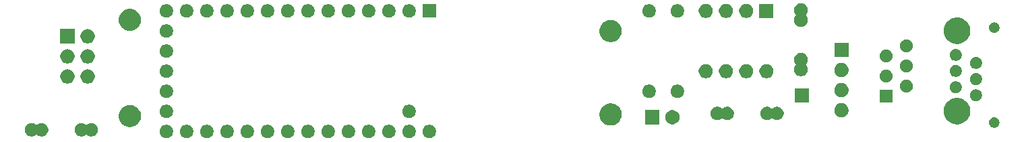
<source format=gbr>
G04 #@! TF.GenerationSoftware,KiCad,Pcbnew,5.1.5+dfsg1-2build2*
G04 #@! TF.CreationDate,2021-02-05T18:22:43+01:00*
G04 #@! TF.ProjectId,DNMS,444e4d53-2e6b-4696-9361-645f70636258,0.9.0*
G04 #@! TF.SameCoordinates,Original*
G04 #@! TF.FileFunction,Soldermask,Bot*
G04 #@! TF.FilePolarity,Negative*
%FSLAX46Y46*%
G04 Gerber Fmt 4.6, Leading zero omitted, Abs format (unit mm)*
G04 Created by KiCad (PCBNEW 5.1.5+dfsg1-2build2) date 2021-02-05 18:22:43*
%MOMM*%
%LPD*%
G04 APERTURE LIST*
%ADD10C,0.100000*%
G04 APERTURE END LIST*
D10*
G36*
X87090828Y-91231303D02*
G01*
X87245700Y-91295453D01*
X87385081Y-91388585D01*
X87503615Y-91507119D01*
X87596747Y-91646500D01*
X87660897Y-91801372D01*
X87693600Y-91965784D01*
X87693600Y-92133416D01*
X87660897Y-92297828D01*
X87596747Y-92452700D01*
X87503615Y-92592081D01*
X87385081Y-92710615D01*
X87245700Y-92803747D01*
X87090828Y-92867897D01*
X86926416Y-92900600D01*
X86758784Y-92900600D01*
X86594372Y-92867897D01*
X86439500Y-92803747D01*
X86300119Y-92710615D01*
X86181585Y-92592081D01*
X86088453Y-92452700D01*
X86024303Y-92297828D01*
X85991600Y-92133416D01*
X85991600Y-91965784D01*
X86024303Y-91801372D01*
X86088453Y-91646500D01*
X86181585Y-91507119D01*
X86300119Y-91388585D01*
X86439500Y-91295453D01*
X86594372Y-91231303D01*
X86758784Y-91198600D01*
X86926416Y-91198600D01*
X87090828Y-91231303D01*
G37*
G36*
X109950828Y-91231303D02*
G01*
X110105700Y-91295453D01*
X110245081Y-91388585D01*
X110363615Y-91507119D01*
X110456747Y-91646500D01*
X110520897Y-91801372D01*
X110553600Y-91965784D01*
X110553600Y-92133416D01*
X110520897Y-92297828D01*
X110456747Y-92452700D01*
X110363615Y-92592081D01*
X110245081Y-92710615D01*
X110105700Y-92803747D01*
X109950828Y-92867897D01*
X109786416Y-92900600D01*
X109618784Y-92900600D01*
X109454372Y-92867897D01*
X109299500Y-92803747D01*
X109160119Y-92710615D01*
X109041585Y-92592081D01*
X108948453Y-92452700D01*
X108884303Y-92297828D01*
X108851600Y-92133416D01*
X108851600Y-91965784D01*
X108884303Y-91801372D01*
X108948453Y-91646500D01*
X109041585Y-91507119D01*
X109160119Y-91388585D01*
X109299500Y-91295453D01*
X109454372Y-91231303D01*
X109618784Y-91198600D01*
X109786416Y-91198600D01*
X109950828Y-91231303D01*
G37*
G36*
X107410828Y-91231303D02*
G01*
X107565700Y-91295453D01*
X107705081Y-91388585D01*
X107823615Y-91507119D01*
X107916747Y-91646500D01*
X107980897Y-91801372D01*
X108013600Y-91965784D01*
X108013600Y-92133416D01*
X107980897Y-92297828D01*
X107916747Y-92452700D01*
X107823615Y-92592081D01*
X107705081Y-92710615D01*
X107565700Y-92803747D01*
X107410828Y-92867897D01*
X107246416Y-92900600D01*
X107078784Y-92900600D01*
X106914372Y-92867897D01*
X106759500Y-92803747D01*
X106620119Y-92710615D01*
X106501585Y-92592081D01*
X106408453Y-92452700D01*
X106344303Y-92297828D01*
X106311600Y-92133416D01*
X106311600Y-91965784D01*
X106344303Y-91801372D01*
X106408453Y-91646500D01*
X106501585Y-91507119D01*
X106620119Y-91388585D01*
X106759500Y-91295453D01*
X106914372Y-91231303D01*
X107078784Y-91198600D01*
X107246416Y-91198600D01*
X107410828Y-91231303D01*
G37*
G36*
X104870828Y-91231303D02*
G01*
X105025700Y-91295453D01*
X105165081Y-91388585D01*
X105283615Y-91507119D01*
X105376747Y-91646500D01*
X105440897Y-91801372D01*
X105473600Y-91965784D01*
X105473600Y-92133416D01*
X105440897Y-92297828D01*
X105376747Y-92452700D01*
X105283615Y-92592081D01*
X105165081Y-92710615D01*
X105025700Y-92803747D01*
X104870828Y-92867897D01*
X104706416Y-92900600D01*
X104538784Y-92900600D01*
X104374372Y-92867897D01*
X104219500Y-92803747D01*
X104080119Y-92710615D01*
X103961585Y-92592081D01*
X103868453Y-92452700D01*
X103804303Y-92297828D01*
X103771600Y-92133416D01*
X103771600Y-91965784D01*
X103804303Y-91801372D01*
X103868453Y-91646500D01*
X103961585Y-91507119D01*
X104080119Y-91388585D01*
X104219500Y-91295453D01*
X104374372Y-91231303D01*
X104538784Y-91198600D01*
X104706416Y-91198600D01*
X104870828Y-91231303D01*
G37*
G36*
X102330828Y-91231303D02*
G01*
X102485700Y-91295453D01*
X102625081Y-91388585D01*
X102743615Y-91507119D01*
X102836747Y-91646500D01*
X102900897Y-91801372D01*
X102933600Y-91965784D01*
X102933600Y-92133416D01*
X102900897Y-92297828D01*
X102836747Y-92452700D01*
X102743615Y-92592081D01*
X102625081Y-92710615D01*
X102485700Y-92803747D01*
X102330828Y-92867897D01*
X102166416Y-92900600D01*
X101998784Y-92900600D01*
X101834372Y-92867897D01*
X101679500Y-92803747D01*
X101540119Y-92710615D01*
X101421585Y-92592081D01*
X101328453Y-92452700D01*
X101264303Y-92297828D01*
X101231600Y-92133416D01*
X101231600Y-91965784D01*
X101264303Y-91801372D01*
X101328453Y-91646500D01*
X101421585Y-91507119D01*
X101540119Y-91388585D01*
X101679500Y-91295453D01*
X101834372Y-91231303D01*
X101998784Y-91198600D01*
X102166416Y-91198600D01*
X102330828Y-91231303D01*
G37*
G36*
X99790828Y-91231303D02*
G01*
X99945700Y-91295453D01*
X100085081Y-91388585D01*
X100203615Y-91507119D01*
X100296747Y-91646500D01*
X100360897Y-91801372D01*
X100393600Y-91965784D01*
X100393600Y-92133416D01*
X100360897Y-92297828D01*
X100296747Y-92452700D01*
X100203615Y-92592081D01*
X100085081Y-92710615D01*
X99945700Y-92803747D01*
X99790828Y-92867897D01*
X99626416Y-92900600D01*
X99458784Y-92900600D01*
X99294372Y-92867897D01*
X99139500Y-92803747D01*
X99000119Y-92710615D01*
X98881585Y-92592081D01*
X98788453Y-92452700D01*
X98724303Y-92297828D01*
X98691600Y-92133416D01*
X98691600Y-91965784D01*
X98724303Y-91801372D01*
X98788453Y-91646500D01*
X98881585Y-91507119D01*
X99000119Y-91388585D01*
X99139500Y-91295453D01*
X99294372Y-91231303D01*
X99458784Y-91198600D01*
X99626416Y-91198600D01*
X99790828Y-91231303D01*
G37*
G36*
X97250828Y-91231303D02*
G01*
X97405700Y-91295453D01*
X97545081Y-91388585D01*
X97663615Y-91507119D01*
X97756747Y-91646500D01*
X97820897Y-91801372D01*
X97853600Y-91965784D01*
X97853600Y-92133416D01*
X97820897Y-92297828D01*
X97756747Y-92452700D01*
X97663615Y-92592081D01*
X97545081Y-92710615D01*
X97405700Y-92803747D01*
X97250828Y-92867897D01*
X97086416Y-92900600D01*
X96918784Y-92900600D01*
X96754372Y-92867897D01*
X96599500Y-92803747D01*
X96460119Y-92710615D01*
X96341585Y-92592081D01*
X96248453Y-92452700D01*
X96184303Y-92297828D01*
X96151600Y-92133416D01*
X96151600Y-91965784D01*
X96184303Y-91801372D01*
X96248453Y-91646500D01*
X96341585Y-91507119D01*
X96460119Y-91388585D01*
X96599500Y-91295453D01*
X96754372Y-91231303D01*
X96918784Y-91198600D01*
X97086416Y-91198600D01*
X97250828Y-91231303D01*
G37*
G36*
X94710828Y-91231303D02*
G01*
X94865700Y-91295453D01*
X95005081Y-91388585D01*
X95123615Y-91507119D01*
X95216747Y-91646500D01*
X95280897Y-91801372D01*
X95313600Y-91965784D01*
X95313600Y-92133416D01*
X95280897Y-92297828D01*
X95216747Y-92452700D01*
X95123615Y-92592081D01*
X95005081Y-92710615D01*
X94865700Y-92803747D01*
X94710828Y-92867897D01*
X94546416Y-92900600D01*
X94378784Y-92900600D01*
X94214372Y-92867897D01*
X94059500Y-92803747D01*
X93920119Y-92710615D01*
X93801585Y-92592081D01*
X93708453Y-92452700D01*
X93644303Y-92297828D01*
X93611600Y-92133416D01*
X93611600Y-91965784D01*
X93644303Y-91801372D01*
X93708453Y-91646500D01*
X93801585Y-91507119D01*
X93920119Y-91388585D01*
X94059500Y-91295453D01*
X94214372Y-91231303D01*
X94378784Y-91198600D01*
X94546416Y-91198600D01*
X94710828Y-91231303D01*
G37*
G36*
X92170828Y-91231303D02*
G01*
X92325700Y-91295453D01*
X92465081Y-91388585D01*
X92583615Y-91507119D01*
X92676747Y-91646500D01*
X92740897Y-91801372D01*
X92773600Y-91965784D01*
X92773600Y-92133416D01*
X92740897Y-92297828D01*
X92676747Y-92452700D01*
X92583615Y-92592081D01*
X92465081Y-92710615D01*
X92325700Y-92803747D01*
X92170828Y-92867897D01*
X92006416Y-92900600D01*
X91838784Y-92900600D01*
X91674372Y-92867897D01*
X91519500Y-92803747D01*
X91380119Y-92710615D01*
X91261585Y-92592081D01*
X91168453Y-92452700D01*
X91104303Y-92297828D01*
X91071600Y-92133416D01*
X91071600Y-91965784D01*
X91104303Y-91801372D01*
X91168453Y-91646500D01*
X91261585Y-91507119D01*
X91380119Y-91388585D01*
X91519500Y-91295453D01*
X91674372Y-91231303D01*
X91838784Y-91198600D01*
X92006416Y-91198600D01*
X92170828Y-91231303D01*
G37*
G36*
X89630828Y-91231303D02*
G01*
X89785700Y-91295453D01*
X89925081Y-91388585D01*
X90043615Y-91507119D01*
X90136747Y-91646500D01*
X90200897Y-91801372D01*
X90233600Y-91965784D01*
X90233600Y-92133416D01*
X90200897Y-92297828D01*
X90136747Y-92452700D01*
X90043615Y-92592081D01*
X89925081Y-92710615D01*
X89785700Y-92803747D01*
X89630828Y-92867897D01*
X89466416Y-92900600D01*
X89298784Y-92900600D01*
X89134372Y-92867897D01*
X88979500Y-92803747D01*
X88840119Y-92710615D01*
X88721585Y-92592081D01*
X88628453Y-92452700D01*
X88564303Y-92297828D01*
X88531600Y-92133416D01*
X88531600Y-91965784D01*
X88564303Y-91801372D01*
X88628453Y-91646500D01*
X88721585Y-91507119D01*
X88840119Y-91388585D01*
X88979500Y-91295453D01*
X89134372Y-91231303D01*
X89298784Y-91198600D01*
X89466416Y-91198600D01*
X89630828Y-91231303D01*
G37*
G36*
X79470828Y-91231303D02*
G01*
X79625700Y-91295453D01*
X79765081Y-91388585D01*
X79883615Y-91507119D01*
X79976747Y-91646500D01*
X80040897Y-91801372D01*
X80073600Y-91965784D01*
X80073600Y-92133416D01*
X80040897Y-92297828D01*
X79976747Y-92452700D01*
X79883615Y-92592081D01*
X79765081Y-92710615D01*
X79625700Y-92803747D01*
X79470828Y-92867897D01*
X79306416Y-92900600D01*
X79138784Y-92900600D01*
X78974372Y-92867897D01*
X78819500Y-92803747D01*
X78680119Y-92710615D01*
X78561585Y-92592081D01*
X78468453Y-92452700D01*
X78404303Y-92297828D01*
X78371600Y-92133416D01*
X78371600Y-91965784D01*
X78404303Y-91801372D01*
X78468453Y-91646500D01*
X78561585Y-91507119D01*
X78680119Y-91388585D01*
X78819500Y-91295453D01*
X78974372Y-91231303D01*
X79138784Y-91198600D01*
X79306416Y-91198600D01*
X79470828Y-91231303D01*
G37*
G36*
X82010828Y-91231303D02*
G01*
X82165700Y-91295453D01*
X82305081Y-91388585D01*
X82423615Y-91507119D01*
X82516747Y-91646500D01*
X82580897Y-91801372D01*
X82613600Y-91965784D01*
X82613600Y-92133416D01*
X82580897Y-92297828D01*
X82516747Y-92452700D01*
X82423615Y-92592081D01*
X82305081Y-92710615D01*
X82165700Y-92803747D01*
X82010828Y-92867897D01*
X81846416Y-92900600D01*
X81678784Y-92900600D01*
X81514372Y-92867897D01*
X81359500Y-92803747D01*
X81220119Y-92710615D01*
X81101585Y-92592081D01*
X81008453Y-92452700D01*
X80944303Y-92297828D01*
X80911600Y-92133416D01*
X80911600Y-91965784D01*
X80944303Y-91801372D01*
X81008453Y-91646500D01*
X81101585Y-91507119D01*
X81220119Y-91388585D01*
X81359500Y-91295453D01*
X81514372Y-91231303D01*
X81678784Y-91198600D01*
X81846416Y-91198600D01*
X82010828Y-91231303D01*
G37*
G36*
X84550828Y-91231303D02*
G01*
X84705700Y-91295453D01*
X84845081Y-91388585D01*
X84963615Y-91507119D01*
X85056747Y-91646500D01*
X85120897Y-91801372D01*
X85153600Y-91965784D01*
X85153600Y-92133416D01*
X85120897Y-92297828D01*
X85056747Y-92452700D01*
X84963615Y-92592081D01*
X84845081Y-92710615D01*
X84705700Y-92803747D01*
X84550828Y-92867897D01*
X84386416Y-92900600D01*
X84218784Y-92900600D01*
X84054372Y-92867897D01*
X83899500Y-92803747D01*
X83760119Y-92710615D01*
X83641585Y-92592081D01*
X83548453Y-92452700D01*
X83484303Y-92297828D01*
X83451600Y-92133416D01*
X83451600Y-91965784D01*
X83484303Y-91801372D01*
X83548453Y-91646500D01*
X83641585Y-91507119D01*
X83760119Y-91388585D01*
X83899500Y-91295453D01*
X84054372Y-91231303D01*
X84218784Y-91198600D01*
X84386416Y-91198600D01*
X84550828Y-91231303D01*
G37*
G36*
X112490828Y-91231303D02*
G01*
X112645700Y-91295453D01*
X112785081Y-91388585D01*
X112903615Y-91507119D01*
X112996747Y-91646500D01*
X113060897Y-91801372D01*
X113093600Y-91965784D01*
X113093600Y-92133416D01*
X113060897Y-92297828D01*
X112996747Y-92452700D01*
X112903615Y-92592081D01*
X112785081Y-92710615D01*
X112645700Y-92803747D01*
X112490828Y-92867897D01*
X112326416Y-92900600D01*
X112158784Y-92900600D01*
X111994372Y-92867897D01*
X111839500Y-92803747D01*
X111700119Y-92710615D01*
X111581585Y-92592081D01*
X111488453Y-92452700D01*
X111424303Y-92297828D01*
X111391600Y-92133416D01*
X111391600Y-91965784D01*
X111424303Y-91801372D01*
X111488453Y-91646500D01*
X111581585Y-91507119D01*
X111700119Y-91388585D01*
X111839500Y-91295453D01*
X111994372Y-91231303D01*
X112158784Y-91198600D01*
X112326416Y-91198600D01*
X112490828Y-91231303D01*
G37*
G36*
X62547428Y-91009103D02*
G01*
X62702300Y-91073253D01*
X62841681Y-91166385D01*
X62841685Y-91166389D01*
X62848580Y-91170996D01*
X62854754Y-91176062D01*
X62876365Y-91187613D01*
X62899814Y-91194726D01*
X62924200Y-91197128D01*
X62948586Y-91194726D01*
X62972035Y-91187613D01*
X62993646Y-91176062D01*
X62999820Y-91170996D01*
X63006715Y-91166389D01*
X63006719Y-91166385D01*
X63146100Y-91073253D01*
X63300972Y-91009103D01*
X63465384Y-90976400D01*
X63633016Y-90976400D01*
X63797428Y-91009103D01*
X63952300Y-91073253D01*
X64091681Y-91166385D01*
X64210215Y-91284919D01*
X64303347Y-91424300D01*
X64367497Y-91579172D01*
X64400200Y-91743584D01*
X64400200Y-91911216D01*
X64367497Y-92075628D01*
X64303347Y-92230500D01*
X64210215Y-92369881D01*
X64091681Y-92488415D01*
X63952300Y-92581547D01*
X63797428Y-92645697D01*
X63633016Y-92678400D01*
X63465384Y-92678400D01*
X63300972Y-92645697D01*
X63146100Y-92581547D01*
X63006719Y-92488415D01*
X63006715Y-92488411D01*
X62999820Y-92483804D01*
X62993646Y-92478738D01*
X62972035Y-92467187D01*
X62948586Y-92460074D01*
X62924200Y-92457672D01*
X62899814Y-92460074D01*
X62876365Y-92467187D01*
X62854754Y-92478738D01*
X62848580Y-92483804D01*
X62841685Y-92488411D01*
X62841681Y-92488415D01*
X62702300Y-92581547D01*
X62547428Y-92645697D01*
X62383016Y-92678400D01*
X62215384Y-92678400D01*
X62050972Y-92645697D01*
X61896100Y-92581547D01*
X61756719Y-92488415D01*
X61638185Y-92369881D01*
X61545053Y-92230500D01*
X61480903Y-92075628D01*
X61448200Y-91911216D01*
X61448200Y-91743584D01*
X61480903Y-91579172D01*
X61545053Y-91424300D01*
X61638185Y-91284919D01*
X61756719Y-91166385D01*
X61896100Y-91073253D01*
X62050972Y-91009103D01*
X62215384Y-90976400D01*
X62383016Y-90976400D01*
X62547428Y-91009103D01*
G37*
G36*
X68797428Y-91009103D02*
G01*
X68952300Y-91073253D01*
X69091681Y-91166385D01*
X69091685Y-91166389D01*
X69098580Y-91170996D01*
X69104754Y-91176062D01*
X69126365Y-91187613D01*
X69149814Y-91194726D01*
X69174200Y-91197128D01*
X69198586Y-91194726D01*
X69222035Y-91187613D01*
X69243646Y-91176062D01*
X69249820Y-91170996D01*
X69256715Y-91166389D01*
X69256719Y-91166385D01*
X69396100Y-91073253D01*
X69550972Y-91009103D01*
X69715384Y-90976400D01*
X69883016Y-90976400D01*
X70047428Y-91009103D01*
X70202300Y-91073253D01*
X70341681Y-91166385D01*
X70460215Y-91284919D01*
X70553347Y-91424300D01*
X70617497Y-91579172D01*
X70650200Y-91743584D01*
X70650200Y-91911216D01*
X70617497Y-92075628D01*
X70553347Y-92230500D01*
X70460215Y-92369881D01*
X70341681Y-92488415D01*
X70202300Y-92581547D01*
X70047428Y-92645697D01*
X69883016Y-92678400D01*
X69715384Y-92678400D01*
X69550972Y-92645697D01*
X69396100Y-92581547D01*
X69256719Y-92488415D01*
X69256715Y-92488411D01*
X69249820Y-92483804D01*
X69243646Y-92478738D01*
X69222035Y-92467187D01*
X69198586Y-92460074D01*
X69174200Y-92457672D01*
X69149814Y-92460074D01*
X69126365Y-92467187D01*
X69104754Y-92478738D01*
X69098580Y-92483804D01*
X69091685Y-92488411D01*
X69091681Y-92488415D01*
X68952300Y-92581547D01*
X68797428Y-92645697D01*
X68633016Y-92678400D01*
X68465384Y-92678400D01*
X68300972Y-92645697D01*
X68146100Y-92581547D01*
X68006719Y-92488415D01*
X67888185Y-92369881D01*
X67795053Y-92230500D01*
X67730903Y-92075628D01*
X67698200Y-91911216D01*
X67698200Y-91743584D01*
X67730903Y-91579172D01*
X67795053Y-91424300D01*
X67888185Y-91284919D01*
X68006719Y-91166385D01*
X68146100Y-91073253D01*
X68300972Y-91009103D01*
X68465384Y-90976400D01*
X68633016Y-90976400D01*
X68797428Y-91009103D01*
G37*
G36*
X183392370Y-90286217D02*
G01*
X183506620Y-90333541D01*
X183510844Y-90335291D01*
X183608394Y-90400472D01*
X183617468Y-90406535D01*
X183708145Y-90497212D01*
X183779390Y-90603838D01*
X183828463Y-90722310D01*
X183853480Y-90848081D01*
X183853480Y-90976319D01*
X183840166Y-91043256D01*
X183828463Y-91102090D01*
X183779389Y-91220564D01*
X183708145Y-91327188D01*
X183617468Y-91417865D01*
X183510844Y-91489109D01*
X183510843Y-91489110D01*
X183510842Y-91489110D01*
X183392370Y-91538183D01*
X183266599Y-91563200D01*
X183138361Y-91563200D01*
X183012590Y-91538183D01*
X182894118Y-91489110D01*
X182894117Y-91489110D01*
X182894116Y-91489109D01*
X182787492Y-91417865D01*
X182696815Y-91327188D01*
X182625571Y-91220564D01*
X182576497Y-91102090D01*
X182564794Y-91043256D01*
X182551480Y-90976319D01*
X182551480Y-90848081D01*
X182576497Y-90722310D01*
X182625570Y-90603838D01*
X182696815Y-90497212D01*
X182787492Y-90406535D01*
X182796566Y-90400472D01*
X182894116Y-90335291D01*
X182898341Y-90333541D01*
X183012590Y-90286217D01*
X183138361Y-90261200D01*
X183266599Y-90261200D01*
X183392370Y-90286217D01*
G37*
G36*
X74961433Y-88734893D02*
G01*
X75051657Y-88752839D01*
X75157267Y-88796585D01*
X75306621Y-88858449D01*
X75306622Y-88858450D01*
X75536086Y-89011772D01*
X75731228Y-89206914D01*
X75802437Y-89313487D01*
X75884551Y-89436379D01*
X75907318Y-89491344D01*
X75988107Y-89686384D01*
X75990161Y-89691344D01*
X76044000Y-89962012D01*
X76044000Y-90237988D01*
X76024645Y-90335291D01*
X75990161Y-90508657D01*
X75957091Y-90588495D01*
X75884551Y-90763621D01*
X75864864Y-90793085D01*
X75731228Y-90993086D01*
X75536086Y-91188228D01*
X75487694Y-91220562D01*
X75306621Y-91341551D01*
X75193071Y-91388585D01*
X75051657Y-91447161D01*
X74961433Y-91465107D01*
X74780988Y-91501000D01*
X74505012Y-91501000D01*
X74324567Y-91465107D01*
X74234343Y-91447161D01*
X74092929Y-91388585D01*
X73979379Y-91341551D01*
X73798306Y-91220562D01*
X73749914Y-91188228D01*
X73554772Y-90993086D01*
X73421136Y-90793085D01*
X73401449Y-90763621D01*
X73328909Y-90588495D01*
X73295839Y-90508657D01*
X73261355Y-90335291D01*
X73242000Y-90237988D01*
X73242000Y-89962012D01*
X73295839Y-89691344D01*
X73297894Y-89686384D01*
X73378682Y-89491344D01*
X73401449Y-89436379D01*
X73483563Y-89313487D01*
X73554772Y-89206914D01*
X73749914Y-89011772D01*
X73979378Y-88858450D01*
X73979379Y-88858449D01*
X74128733Y-88796585D01*
X74234343Y-88752839D01*
X74324567Y-88734893D01*
X74505012Y-88699000D01*
X74780988Y-88699000D01*
X74961433Y-88734893D01*
G37*
G36*
X135344833Y-88534893D02*
G01*
X135435057Y-88552839D01*
X135465246Y-88565344D01*
X135690021Y-88658449D01*
X135729274Y-88684677D01*
X135919486Y-88811772D01*
X136114628Y-89006914D01*
X136217075Y-89160237D01*
X136267951Y-89236379D01*
X136312446Y-89343800D01*
X136373561Y-89491343D01*
X136391507Y-89581567D01*
X136427400Y-89762012D01*
X136427400Y-90037988D01*
X136403914Y-90156059D01*
X136373561Y-90308657D01*
X136352045Y-90360600D01*
X136267951Y-90563621D01*
X136251329Y-90588497D01*
X136114628Y-90793086D01*
X135919486Y-90988228D01*
X135837130Y-91043256D01*
X135690021Y-91141551D01*
X135540667Y-91203415D01*
X135435057Y-91247161D01*
X135344833Y-91265107D01*
X135164388Y-91301000D01*
X134888412Y-91301000D01*
X134707967Y-91265107D01*
X134617743Y-91247161D01*
X134512133Y-91203415D01*
X134362779Y-91141551D01*
X134215670Y-91043256D01*
X134133314Y-90988228D01*
X133938172Y-90793086D01*
X133801471Y-90588497D01*
X133784849Y-90563621D01*
X133700755Y-90360600D01*
X133679239Y-90308657D01*
X133648886Y-90156059D01*
X133625400Y-90037988D01*
X133625400Y-89762012D01*
X133661293Y-89581567D01*
X133679239Y-89491343D01*
X133740354Y-89343800D01*
X133784849Y-89236379D01*
X133835725Y-89160237D01*
X133938172Y-89006914D01*
X134133314Y-88811772D01*
X134323526Y-88684677D01*
X134362779Y-88658449D01*
X134587554Y-88565344D01*
X134617743Y-88552839D01*
X134707967Y-88534893D01*
X134888412Y-88499000D01*
X135164388Y-88499000D01*
X135344833Y-88534893D01*
G37*
G36*
X178768782Y-87817930D02*
G01*
X179015311Y-87866968D01*
X179320323Y-87993308D01*
X179594827Y-88176726D01*
X179828274Y-88410173D01*
X180011692Y-88684677D01*
X180138032Y-88989689D01*
X180143276Y-89016052D01*
X180202440Y-89313487D01*
X180202440Y-89643633D01*
X180179725Y-89757828D01*
X180138032Y-89967431D01*
X180011692Y-90272443D01*
X179828274Y-90546947D01*
X179594827Y-90780394D01*
X179320323Y-90963812D01*
X179015311Y-91090152D01*
X178853411Y-91122356D01*
X178691513Y-91154560D01*
X178361367Y-91154560D01*
X178199469Y-91122356D01*
X178037569Y-91090152D01*
X177732557Y-90963812D01*
X177458053Y-90780394D01*
X177224606Y-90546947D01*
X177041188Y-90272443D01*
X176914848Y-89967431D01*
X176873155Y-89757828D01*
X176850440Y-89643633D01*
X176850440Y-89313487D01*
X176909604Y-89016052D01*
X176914848Y-88989689D01*
X177041188Y-88684677D01*
X177224606Y-88410173D01*
X177458053Y-88176726D01*
X177732557Y-87993308D01*
X178037569Y-87866968D01*
X178284098Y-87817930D01*
X178361367Y-87802560D01*
X178691513Y-87802560D01*
X178768782Y-87817930D01*
G37*
G36*
X142886912Y-89348727D02*
G01*
X143036212Y-89378424D01*
X143200184Y-89446344D01*
X143347754Y-89544947D01*
X143473253Y-89670446D01*
X143571856Y-89818016D01*
X143639776Y-89981988D01*
X143674400Y-90156059D01*
X143674400Y-90333541D01*
X143639776Y-90507612D01*
X143571856Y-90671584D01*
X143473253Y-90819154D01*
X143347754Y-90944653D01*
X143200184Y-91043256D01*
X143036212Y-91111176D01*
X142886912Y-91140873D01*
X142862142Y-91145800D01*
X142684658Y-91145800D01*
X142659888Y-91140873D01*
X142510588Y-91111176D01*
X142346616Y-91043256D01*
X142199046Y-90944653D01*
X142073547Y-90819154D01*
X141974944Y-90671584D01*
X141907024Y-90507612D01*
X141872400Y-90333541D01*
X141872400Y-90156059D01*
X141907024Y-89981988D01*
X141974944Y-89818016D01*
X142073547Y-89670446D01*
X142199046Y-89544947D01*
X142346616Y-89446344D01*
X142510588Y-89378424D01*
X142659888Y-89348727D01*
X142684658Y-89343800D01*
X142862142Y-89343800D01*
X142886912Y-89348727D01*
G37*
G36*
X141134400Y-91145800D02*
G01*
X139332400Y-91145800D01*
X139332400Y-89343800D01*
X141134400Y-89343800D01*
X141134400Y-91145800D01*
G37*
G36*
X154910428Y-88951903D02*
G01*
X155065300Y-89016053D01*
X155204681Y-89109185D01*
X155204685Y-89109189D01*
X155211580Y-89113796D01*
X155217754Y-89118862D01*
X155239365Y-89130413D01*
X155262814Y-89137526D01*
X155287200Y-89139928D01*
X155311586Y-89137526D01*
X155335035Y-89130413D01*
X155356646Y-89118862D01*
X155362820Y-89113796D01*
X155369715Y-89109189D01*
X155369719Y-89109185D01*
X155509100Y-89016053D01*
X155663972Y-88951903D01*
X155828384Y-88919200D01*
X155996016Y-88919200D01*
X156160428Y-88951903D01*
X156315300Y-89016053D01*
X156454681Y-89109185D01*
X156573215Y-89227719D01*
X156666347Y-89367100D01*
X156730497Y-89521972D01*
X156763200Y-89686384D01*
X156763200Y-89854016D01*
X156730497Y-90018428D01*
X156666347Y-90173300D01*
X156573215Y-90312681D01*
X156454681Y-90431215D01*
X156315300Y-90524347D01*
X156160428Y-90588497D01*
X155996016Y-90621200D01*
X155828384Y-90621200D01*
X155663972Y-90588497D01*
X155509100Y-90524347D01*
X155369719Y-90431215D01*
X155369715Y-90431211D01*
X155362820Y-90426604D01*
X155356646Y-90421538D01*
X155335035Y-90409987D01*
X155311586Y-90402874D01*
X155287200Y-90400472D01*
X155262814Y-90402874D01*
X155239365Y-90409987D01*
X155217754Y-90421538D01*
X155211580Y-90426604D01*
X155204685Y-90431211D01*
X155204681Y-90431215D01*
X155065300Y-90524347D01*
X154910428Y-90588497D01*
X154746016Y-90621200D01*
X154578384Y-90621200D01*
X154413972Y-90588497D01*
X154259100Y-90524347D01*
X154119719Y-90431215D01*
X154001185Y-90312681D01*
X153908053Y-90173300D01*
X153843903Y-90018428D01*
X153811200Y-89854016D01*
X153811200Y-89686384D01*
X153843903Y-89521972D01*
X153908053Y-89367100D01*
X154001185Y-89227719D01*
X154119719Y-89109185D01*
X154259100Y-89016053D01*
X154413972Y-88951903D01*
X154578384Y-88919200D01*
X154746016Y-88919200D01*
X154910428Y-88951903D01*
G37*
G36*
X148660428Y-88951903D02*
G01*
X148815300Y-89016053D01*
X148954681Y-89109185D01*
X148954685Y-89109189D01*
X148961580Y-89113796D01*
X148967754Y-89118862D01*
X148989365Y-89130413D01*
X149012814Y-89137526D01*
X149037200Y-89139928D01*
X149061586Y-89137526D01*
X149085035Y-89130413D01*
X149106646Y-89118862D01*
X149112820Y-89113796D01*
X149119715Y-89109189D01*
X149119719Y-89109185D01*
X149259100Y-89016053D01*
X149413972Y-88951903D01*
X149578384Y-88919200D01*
X149746016Y-88919200D01*
X149910428Y-88951903D01*
X150065300Y-89016053D01*
X150204681Y-89109185D01*
X150323215Y-89227719D01*
X150416347Y-89367100D01*
X150480497Y-89521972D01*
X150513200Y-89686384D01*
X150513200Y-89854016D01*
X150480497Y-90018428D01*
X150416347Y-90173300D01*
X150323215Y-90312681D01*
X150204681Y-90431215D01*
X150065300Y-90524347D01*
X149910428Y-90588497D01*
X149746016Y-90621200D01*
X149578384Y-90621200D01*
X149413972Y-90588497D01*
X149259100Y-90524347D01*
X149119719Y-90431215D01*
X149119715Y-90431211D01*
X149112820Y-90426604D01*
X149106646Y-90421538D01*
X149085035Y-90409987D01*
X149061586Y-90402874D01*
X149037200Y-90400472D01*
X149012814Y-90402874D01*
X148989365Y-90409987D01*
X148967754Y-90421538D01*
X148961580Y-90426604D01*
X148954685Y-90431211D01*
X148954681Y-90431215D01*
X148815300Y-90524347D01*
X148660428Y-90588497D01*
X148496016Y-90621200D01*
X148328384Y-90621200D01*
X148163972Y-90588497D01*
X148009100Y-90524347D01*
X147869719Y-90431215D01*
X147751185Y-90312681D01*
X147658053Y-90173300D01*
X147593903Y-90018428D01*
X147561200Y-89854016D01*
X147561200Y-89686384D01*
X147593903Y-89521972D01*
X147658053Y-89367100D01*
X147751185Y-89227719D01*
X147869719Y-89109185D01*
X148009100Y-89016053D01*
X148163972Y-88951903D01*
X148328384Y-88919200D01*
X148496016Y-88919200D01*
X148660428Y-88951903D01*
G37*
G36*
X79470828Y-88691303D02*
G01*
X79625700Y-88755453D01*
X79765081Y-88848585D01*
X79883615Y-88967119D01*
X79976747Y-89106500D01*
X80040897Y-89261372D01*
X80073600Y-89425784D01*
X80073600Y-89593416D01*
X80040897Y-89757828D01*
X79976747Y-89912700D01*
X79883615Y-90052081D01*
X79765081Y-90170615D01*
X79625700Y-90263747D01*
X79470828Y-90327897D01*
X79306416Y-90360600D01*
X79138784Y-90360600D01*
X78974372Y-90327897D01*
X78819500Y-90263747D01*
X78680119Y-90170615D01*
X78561585Y-90052081D01*
X78468453Y-89912700D01*
X78404303Y-89757828D01*
X78371600Y-89593416D01*
X78371600Y-89425784D01*
X78404303Y-89261372D01*
X78468453Y-89106500D01*
X78561585Y-88967119D01*
X78680119Y-88848585D01*
X78819500Y-88755453D01*
X78974372Y-88691303D01*
X79138784Y-88658600D01*
X79306416Y-88658600D01*
X79470828Y-88691303D01*
G37*
G36*
X109950828Y-88691303D02*
G01*
X110105700Y-88755453D01*
X110245081Y-88848585D01*
X110363615Y-88967119D01*
X110456747Y-89106500D01*
X110520897Y-89261372D01*
X110553600Y-89425784D01*
X110553600Y-89593416D01*
X110520897Y-89757828D01*
X110456747Y-89912700D01*
X110363615Y-90052081D01*
X110245081Y-90170615D01*
X110105700Y-90263747D01*
X109950828Y-90327897D01*
X109786416Y-90360600D01*
X109618784Y-90360600D01*
X109454372Y-90327897D01*
X109299500Y-90263747D01*
X109160119Y-90170615D01*
X109041585Y-90052081D01*
X108948453Y-89912700D01*
X108884303Y-89757828D01*
X108851600Y-89593416D01*
X108851600Y-89425784D01*
X108884303Y-89261372D01*
X108948453Y-89106500D01*
X109041585Y-88967119D01*
X109160119Y-88848585D01*
X109299500Y-88755453D01*
X109454372Y-88691303D01*
X109618784Y-88658600D01*
X109786416Y-88658600D01*
X109950828Y-88691303D01*
G37*
G36*
X164127912Y-88467727D02*
G01*
X164277212Y-88497424D01*
X164441184Y-88565344D01*
X164588754Y-88663947D01*
X164714253Y-88789446D01*
X164812856Y-88937016D01*
X164880776Y-89100988D01*
X164915400Y-89275059D01*
X164915400Y-89452541D01*
X164880776Y-89626612D01*
X164812856Y-89790584D01*
X164714253Y-89938154D01*
X164588754Y-90063653D01*
X164441184Y-90162256D01*
X164277212Y-90230176D01*
X164127912Y-90259873D01*
X164103142Y-90264800D01*
X163925658Y-90264800D01*
X163900888Y-90259873D01*
X163751588Y-90230176D01*
X163587616Y-90162256D01*
X163440046Y-90063653D01*
X163314547Y-89938154D01*
X163215944Y-89790584D01*
X163148024Y-89626612D01*
X163113400Y-89452541D01*
X163113400Y-89275059D01*
X163148024Y-89100988D01*
X163215944Y-88937016D01*
X163314547Y-88789446D01*
X163440046Y-88663947D01*
X163587616Y-88565344D01*
X163751588Y-88497424D01*
X163900888Y-88467727D01*
X163925658Y-88462800D01*
X164103142Y-88462800D01*
X164127912Y-88467727D01*
G37*
G36*
X170447440Y-88379560D02*
G01*
X168825440Y-88379560D01*
X168825440Y-86757560D01*
X170447440Y-86757560D01*
X170447440Y-88379560D01*
G37*
G36*
X159930400Y-88378600D02*
G01*
X158128400Y-88378600D01*
X158128400Y-86576600D01*
X159930400Y-86576600D01*
X159930400Y-88378600D01*
G37*
G36*
X181096392Y-86735058D02*
G01*
X181121539Y-86740060D01*
X181258212Y-86796672D01*
X181381215Y-86878860D01*
X181485820Y-86983465D01*
X181568008Y-87106468D01*
X181568009Y-87106470D01*
X181624620Y-87243141D01*
X181650391Y-87372700D01*
X181653480Y-87388233D01*
X181653480Y-87536167D01*
X181624620Y-87681259D01*
X181568008Y-87817932D01*
X181485820Y-87940935D01*
X181381215Y-88045540D01*
X181258212Y-88127728D01*
X181258211Y-88127729D01*
X181258210Y-88127729D01*
X181121539Y-88184340D01*
X180976448Y-88213200D01*
X180828512Y-88213200D01*
X180683421Y-88184340D01*
X180546750Y-88127729D01*
X180546749Y-88127729D01*
X180546748Y-88127728D01*
X180423745Y-88045540D01*
X180319140Y-87940935D01*
X180236952Y-87817932D01*
X180180340Y-87681259D01*
X180151480Y-87536167D01*
X180151480Y-87388233D01*
X180154570Y-87372700D01*
X180180340Y-87243141D01*
X180236951Y-87106470D01*
X180236952Y-87106468D01*
X180319140Y-86983465D01*
X180423745Y-86878860D01*
X180546748Y-86796672D01*
X180683421Y-86740060D01*
X180708568Y-86735058D01*
X180828512Y-86711200D01*
X180976448Y-86711200D01*
X181096392Y-86735058D01*
G37*
G36*
X79470828Y-86151303D02*
G01*
X79625700Y-86215453D01*
X79765081Y-86308585D01*
X79883615Y-86427119D01*
X79976747Y-86566500D01*
X80040897Y-86721372D01*
X80073600Y-86885784D01*
X80073600Y-87053416D01*
X80040897Y-87217828D01*
X79976747Y-87372700D01*
X79883615Y-87512081D01*
X79765081Y-87630615D01*
X79625700Y-87723747D01*
X79470828Y-87787897D01*
X79306416Y-87820600D01*
X79138784Y-87820600D01*
X78974372Y-87787897D01*
X78819500Y-87723747D01*
X78680119Y-87630615D01*
X78561585Y-87512081D01*
X78468453Y-87372700D01*
X78404303Y-87217828D01*
X78371600Y-87053416D01*
X78371600Y-86885784D01*
X78404303Y-86721372D01*
X78468453Y-86566500D01*
X78561585Y-86427119D01*
X78680119Y-86308585D01*
X78819500Y-86215453D01*
X78974372Y-86151303D01*
X79138784Y-86118600D01*
X79306416Y-86118600D01*
X79470828Y-86151303D01*
G37*
G36*
X140102228Y-86149703D02*
G01*
X140257100Y-86213853D01*
X140396481Y-86306985D01*
X140515015Y-86425519D01*
X140608147Y-86564900D01*
X140672297Y-86719772D01*
X140705000Y-86884184D01*
X140705000Y-87051816D01*
X140672297Y-87216228D01*
X140608147Y-87371100D01*
X140515015Y-87510481D01*
X140396481Y-87629015D01*
X140257100Y-87722147D01*
X140102228Y-87786297D01*
X139937816Y-87819000D01*
X139770184Y-87819000D01*
X139605772Y-87786297D01*
X139450900Y-87722147D01*
X139311519Y-87629015D01*
X139192985Y-87510481D01*
X139099853Y-87371100D01*
X139035703Y-87216228D01*
X139003000Y-87051816D01*
X139003000Y-86884184D01*
X139035703Y-86719772D01*
X139099853Y-86564900D01*
X139192985Y-86425519D01*
X139311519Y-86306985D01*
X139450900Y-86213853D01*
X139605772Y-86149703D01*
X139770184Y-86117000D01*
X139937816Y-86117000D01*
X140102228Y-86149703D01*
G37*
G36*
X143658228Y-86149703D02*
G01*
X143813100Y-86213853D01*
X143952481Y-86306985D01*
X144071015Y-86425519D01*
X144164147Y-86564900D01*
X144228297Y-86719772D01*
X144261000Y-86884184D01*
X144261000Y-87051816D01*
X144228297Y-87216228D01*
X144164147Y-87371100D01*
X144071015Y-87510481D01*
X143952481Y-87629015D01*
X143813100Y-87722147D01*
X143658228Y-87786297D01*
X143493816Y-87819000D01*
X143326184Y-87819000D01*
X143161772Y-87786297D01*
X143006900Y-87722147D01*
X142867519Y-87629015D01*
X142748985Y-87510481D01*
X142655853Y-87371100D01*
X142591703Y-87216228D01*
X142559000Y-87051816D01*
X142559000Y-86884184D01*
X142591703Y-86719772D01*
X142655853Y-86564900D01*
X142748985Y-86425519D01*
X142867519Y-86306985D01*
X143006900Y-86213853D01*
X143161772Y-86149703D01*
X143326184Y-86117000D01*
X143493816Y-86117000D01*
X143658228Y-86149703D01*
G37*
G36*
X164127912Y-85927727D02*
G01*
X164277212Y-85957424D01*
X164441184Y-86025344D01*
X164588754Y-86123947D01*
X164714253Y-86249446D01*
X164812856Y-86397016D01*
X164880776Y-86560988D01*
X164904988Y-86682713D01*
X164915400Y-86735058D01*
X164915400Y-86912542D01*
X164912225Y-86928505D01*
X164880776Y-87086612D01*
X164812856Y-87250584D01*
X164714253Y-87398154D01*
X164588754Y-87523653D01*
X164441184Y-87622256D01*
X164277212Y-87690176D01*
X164127912Y-87719873D01*
X164103142Y-87724800D01*
X163925658Y-87724800D01*
X163900888Y-87719873D01*
X163751588Y-87690176D01*
X163587616Y-87622256D01*
X163440046Y-87523653D01*
X163314547Y-87398154D01*
X163215944Y-87250584D01*
X163148024Y-87086612D01*
X163116575Y-86928505D01*
X163113400Y-86912542D01*
X163113400Y-86735058D01*
X163123812Y-86682713D01*
X163148024Y-86560988D01*
X163215944Y-86397016D01*
X163314547Y-86249446D01*
X163440046Y-86123947D01*
X163587616Y-86025344D01*
X163751588Y-85957424D01*
X163900888Y-85927727D01*
X163925658Y-85922800D01*
X164103142Y-85922800D01*
X164127912Y-85927727D01*
G37*
G36*
X178581539Y-85720060D02*
G01*
X178647206Y-85747260D01*
X178718212Y-85776672D01*
X178841215Y-85858860D01*
X178945820Y-85963465D01*
X178973934Y-86005541D01*
X179028009Y-86086470D01*
X179084620Y-86223141D01*
X179113480Y-86368232D01*
X179113480Y-86516168D01*
X179084620Y-86661259D01*
X179051980Y-86740060D01*
X179028008Y-86797932D01*
X178945820Y-86920935D01*
X178841215Y-87025540D01*
X178718212Y-87107728D01*
X178718211Y-87107729D01*
X178718210Y-87107729D01*
X178581539Y-87164340D01*
X178436448Y-87193200D01*
X178288512Y-87193200D01*
X178143421Y-87164340D01*
X178006750Y-87107729D01*
X178006749Y-87107729D01*
X178006748Y-87107728D01*
X177883745Y-87025540D01*
X177779140Y-86920935D01*
X177696952Y-86797932D01*
X177672981Y-86740060D01*
X177640340Y-86661259D01*
X177611480Y-86516168D01*
X177611480Y-86368232D01*
X177640340Y-86223141D01*
X177696951Y-86086470D01*
X177751026Y-86005541D01*
X177779140Y-85963465D01*
X177883745Y-85858860D01*
X178006748Y-85776672D01*
X178077755Y-85747260D01*
X178143421Y-85720060D01*
X178288512Y-85691200D01*
X178436448Y-85691200D01*
X178581539Y-85720060D01*
G37*
G36*
X172299588Y-85496167D02*
G01*
X172413000Y-85518726D01*
X172560593Y-85579861D01*
X172693422Y-85668615D01*
X172806385Y-85781578D01*
X172845128Y-85839560D01*
X172895140Y-85914409D01*
X172956274Y-86062000D01*
X172987440Y-86218682D01*
X172987440Y-86378438D01*
X172956274Y-86535120D01*
X172943938Y-86564903D01*
X172895139Y-86682713D01*
X172806385Y-86815542D01*
X172693422Y-86928505D01*
X172560593Y-87017259D01*
X172560592Y-87017260D01*
X172560591Y-87017260D01*
X172413000Y-87078394D01*
X172256318Y-87109560D01*
X172096562Y-87109560D01*
X171939880Y-87078394D01*
X171792289Y-87017260D01*
X171792288Y-87017260D01*
X171792287Y-87017259D01*
X171659458Y-86928505D01*
X171546495Y-86815542D01*
X171457741Y-86682713D01*
X171408943Y-86564903D01*
X171396606Y-86535120D01*
X171365440Y-86378438D01*
X171365440Y-86218682D01*
X171396606Y-86062000D01*
X171457740Y-85914409D01*
X171507753Y-85839560D01*
X171546495Y-85781578D01*
X171659458Y-85668615D01*
X171792287Y-85579861D01*
X171939880Y-85518726D01*
X172053292Y-85496167D01*
X172096562Y-85487560D01*
X172256318Y-85487560D01*
X172299588Y-85496167D01*
G37*
G36*
X181121539Y-84700060D02*
G01*
X181249058Y-84752880D01*
X181258212Y-84756672D01*
X181381215Y-84838860D01*
X181485820Y-84943465D01*
X181568008Y-85066468D01*
X181568009Y-85066470D01*
X181624620Y-85203141D01*
X181653480Y-85348232D01*
X181653480Y-85496168D01*
X181624620Y-85641259D01*
X181591980Y-85720060D01*
X181568008Y-85777932D01*
X181485820Y-85900935D01*
X181381215Y-86005540D01*
X181258212Y-86087728D01*
X181258211Y-86087729D01*
X181258210Y-86087729D01*
X181121539Y-86144340D01*
X180976448Y-86173200D01*
X180828512Y-86173200D01*
X180683421Y-86144340D01*
X180546750Y-86087729D01*
X180546749Y-86087729D01*
X180546748Y-86087728D01*
X180423745Y-86005540D01*
X180319140Y-85900935D01*
X180236952Y-85777932D01*
X180212981Y-85720060D01*
X180180340Y-85641259D01*
X180151480Y-85496168D01*
X180151480Y-85348232D01*
X180180340Y-85203141D01*
X180236951Y-85066470D01*
X180236952Y-85066468D01*
X180319140Y-84943465D01*
X180423745Y-84838860D01*
X180546748Y-84756672D01*
X180555903Y-84752880D01*
X180683421Y-84700060D01*
X180828512Y-84671200D01*
X180976448Y-84671200D01*
X181121539Y-84700060D01*
G37*
G36*
X69455512Y-84193927D02*
G01*
X69604812Y-84223624D01*
X69768784Y-84291544D01*
X69916354Y-84390147D01*
X70041853Y-84515646D01*
X70140456Y-84663216D01*
X70208376Y-84827188D01*
X70243000Y-85001259D01*
X70243000Y-85178741D01*
X70208376Y-85352812D01*
X70140456Y-85516784D01*
X70041853Y-85664354D01*
X69916354Y-85789853D01*
X69768784Y-85888456D01*
X69604812Y-85956376D01*
X69455512Y-85986073D01*
X69430742Y-85991000D01*
X69253258Y-85991000D01*
X69228488Y-85986073D01*
X69079188Y-85956376D01*
X68915216Y-85888456D01*
X68767646Y-85789853D01*
X68642147Y-85664354D01*
X68543544Y-85516784D01*
X68475624Y-85352812D01*
X68441000Y-85178741D01*
X68441000Y-85001259D01*
X68475624Y-84827188D01*
X68543544Y-84663216D01*
X68642147Y-84515646D01*
X68767646Y-84390147D01*
X68915216Y-84291544D01*
X69079188Y-84223624D01*
X69228488Y-84193927D01*
X69253258Y-84189000D01*
X69430742Y-84189000D01*
X69455512Y-84193927D01*
G37*
G36*
X66915512Y-84193927D02*
G01*
X67064812Y-84223624D01*
X67228784Y-84291544D01*
X67376354Y-84390147D01*
X67501853Y-84515646D01*
X67600456Y-84663216D01*
X67668376Y-84827188D01*
X67703000Y-85001259D01*
X67703000Y-85178741D01*
X67668376Y-85352812D01*
X67600456Y-85516784D01*
X67501853Y-85664354D01*
X67376354Y-85789853D01*
X67228784Y-85888456D01*
X67064812Y-85956376D01*
X66915512Y-85986073D01*
X66890742Y-85991000D01*
X66713258Y-85991000D01*
X66688488Y-85986073D01*
X66539188Y-85956376D01*
X66375216Y-85888456D01*
X66227646Y-85789853D01*
X66102147Y-85664354D01*
X66003544Y-85516784D01*
X65935624Y-85352812D01*
X65901000Y-85178741D01*
X65901000Y-85001259D01*
X65935624Y-84827188D01*
X66003544Y-84663216D01*
X66102147Y-84515646D01*
X66227646Y-84390147D01*
X66375216Y-84291544D01*
X66539188Y-84223624D01*
X66688488Y-84193927D01*
X66713258Y-84189000D01*
X66890742Y-84189000D01*
X66915512Y-84193927D01*
G37*
G36*
X169873000Y-84248726D02*
G01*
X169982821Y-84294215D01*
X170020593Y-84309861D01*
X170153422Y-84398615D01*
X170266385Y-84511578D01*
X170305128Y-84569560D01*
X170355140Y-84644409D01*
X170416274Y-84792000D01*
X170447440Y-84948682D01*
X170447440Y-85108438D01*
X170416274Y-85265120D01*
X170381848Y-85348233D01*
X170355139Y-85412713D01*
X170266385Y-85545542D01*
X170153422Y-85658505D01*
X170020593Y-85747259D01*
X170020592Y-85747260D01*
X170020591Y-85747260D01*
X169873000Y-85808394D01*
X169716318Y-85839560D01*
X169556562Y-85839560D01*
X169399880Y-85808394D01*
X169252289Y-85747260D01*
X169252288Y-85747260D01*
X169252287Y-85747259D01*
X169119458Y-85658505D01*
X169006495Y-85545542D01*
X168917741Y-85412713D01*
X168891033Y-85348233D01*
X168856606Y-85265120D01*
X168825440Y-85108438D01*
X168825440Y-84948682D01*
X168856606Y-84792000D01*
X168917740Y-84644409D01*
X168967753Y-84569560D01*
X169006495Y-84511578D01*
X169119458Y-84398615D01*
X169252287Y-84309861D01*
X169290060Y-84294215D01*
X169399880Y-84248726D01*
X169556562Y-84217560D01*
X169716318Y-84217560D01*
X169873000Y-84248726D01*
G37*
G36*
X154845369Y-83572971D02*
G01*
X155007195Y-83640002D01*
X155152829Y-83737311D01*
X155276689Y-83861171D01*
X155373998Y-84006805D01*
X155441029Y-84168631D01*
X155475200Y-84340420D01*
X155475200Y-84515580D01*
X155441029Y-84687369D01*
X155373998Y-84849195D01*
X155276689Y-84994829D01*
X155152829Y-85118689D01*
X155007195Y-85215998D01*
X154845369Y-85283029D01*
X154673580Y-85317200D01*
X154498420Y-85317200D01*
X154326631Y-85283029D01*
X154164805Y-85215998D01*
X154019171Y-85118689D01*
X153895311Y-84994829D01*
X153798002Y-84849195D01*
X153730971Y-84687369D01*
X153696800Y-84515580D01*
X153696800Y-84340420D01*
X153730971Y-84168631D01*
X153798002Y-84006805D01*
X153895311Y-83861171D01*
X154019171Y-83737311D01*
X154164805Y-83640002D01*
X154326631Y-83572971D01*
X154498420Y-83538800D01*
X154673580Y-83538800D01*
X154845369Y-83572971D01*
G37*
G36*
X152305369Y-83572971D02*
G01*
X152467195Y-83640002D01*
X152612829Y-83737311D01*
X152736689Y-83861171D01*
X152833998Y-84006805D01*
X152901029Y-84168631D01*
X152935200Y-84340420D01*
X152935200Y-84515580D01*
X152901029Y-84687369D01*
X152833998Y-84849195D01*
X152736689Y-84994829D01*
X152612829Y-85118689D01*
X152467195Y-85215998D01*
X152305369Y-85283029D01*
X152133580Y-85317200D01*
X151958420Y-85317200D01*
X151786631Y-85283029D01*
X151624805Y-85215998D01*
X151479171Y-85118689D01*
X151355311Y-84994829D01*
X151258002Y-84849195D01*
X151190971Y-84687369D01*
X151156800Y-84515580D01*
X151156800Y-84340420D01*
X151190971Y-84168631D01*
X151258002Y-84006805D01*
X151355311Y-83861171D01*
X151479171Y-83737311D01*
X151624805Y-83640002D01*
X151786631Y-83572971D01*
X151958420Y-83538800D01*
X152133580Y-83538800D01*
X152305369Y-83572971D01*
G37*
G36*
X147225369Y-83572971D02*
G01*
X147387195Y-83640002D01*
X147532829Y-83737311D01*
X147656689Y-83861171D01*
X147753998Y-84006805D01*
X147821029Y-84168631D01*
X147855200Y-84340420D01*
X147855200Y-84515580D01*
X147821029Y-84687369D01*
X147753998Y-84849195D01*
X147656689Y-84994829D01*
X147532829Y-85118689D01*
X147387195Y-85215998D01*
X147225369Y-85283029D01*
X147053580Y-85317200D01*
X146878420Y-85317200D01*
X146706631Y-85283029D01*
X146544805Y-85215998D01*
X146399171Y-85118689D01*
X146275311Y-84994829D01*
X146178002Y-84849195D01*
X146110971Y-84687369D01*
X146076800Y-84515580D01*
X146076800Y-84340420D01*
X146110971Y-84168631D01*
X146178002Y-84006805D01*
X146275311Y-83861171D01*
X146399171Y-83737311D01*
X146544805Y-83640002D01*
X146706631Y-83572971D01*
X146878420Y-83538800D01*
X147053580Y-83538800D01*
X147225369Y-83572971D01*
G37*
G36*
X149765369Y-83572971D02*
G01*
X149927195Y-83640002D01*
X150072829Y-83737311D01*
X150196689Y-83861171D01*
X150293998Y-84006805D01*
X150361029Y-84168631D01*
X150395200Y-84340420D01*
X150395200Y-84515580D01*
X150361029Y-84687369D01*
X150293998Y-84849195D01*
X150196689Y-84994829D01*
X150072829Y-85118689D01*
X149927195Y-85215998D01*
X149765369Y-85283029D01*
X149593580Y-85317200D01*
X149418420Y-85317200D01*
X149246631Y-85283029D01*
X149084805Y-85215998D01*
X148939171Y-85118689D01*
X148815311Y-84994829D01*
X148718002Y-84849195D01*
X148650971Y-84687369D01*
X148616800Y-84515580D01*
X148616800Y-84340420D01*
X148650971Y-84168631D01*
X148718002Y-84006805D01*
X148815311Y-83861171D01*
X148939171Y-83737311D01*
X149084805Y-83640002D01*
X149246631Y-83572971D01*
X149418420Y-83538800D01*
X149593580Y-83538800D01*
X149765369Y-83572971D01*
G37*
G36*
X79470828Y-83611303D02*
G01*
X79625700Y-83675453D01*
X79765081Y-83768585D01*
X79883615Y-83887119D01*
X79976747Y-84026500D01*
X80040897Y-84181372D01*
X80073600Y-84345784D01*
X80073600Y-84513416D01*
X80040897Y-84677828D01*
X79976747Y-84832700D01*
X79883615Y-84972081D01*
X79765081Y-85090615D01*
X79625700Y-85183747D01*
X79470828Y-85247897D01*
X79306416Y-85280600D01*
X79138784Y-85280600D01*
X78974372Y-85247897D01*
X78819500Y-85183747D01*
X78680119Y-85090615D01*
X78561585Y-84972081D01*
X78468453Y-84832700D01*
X78404303Y-84677828D01*
X78371600Y-84513416D01*
X78371600Y-84345784D01*
X78404303Y-84181372D01*
X78468453Y-84026500D01*
X78561585Y-83887119D01*
X78680119Y-83768585D01*
X78819500Y-83675453D01*
X78974372Y-83611303D01*
X79138784Y-83578600D01*
X79306416Y-83578600D01*
X79470828Y-83611303D01*
G37*
G36*
X164127912Y-83387727D02*
G01*
X164277212Y-83417424D01*
X164441184Y-83485344D01*
X164588754Y-83583947D01*
X164714253Y-83709446D01*
X164812856Y-83857016D01*
X164880776Y-84020988D01*
X164904988Y-84142713D01*
X164913030Y-84183141D01*
X164915400Y-84195059D01*
X164915400Y-84372541D01*
X164880776Y-84546612D01*
X164812856Y-84710584D01*
X164714253Y-84858154D01*
X164588754Y-84983653D01*
X164441184Y-85082256D01*
X164277212Y-85150176D01*
X164133602Y-85178741D01*
X164103142Y-85184800D01*
X163925658Y-85184800D01*
X163895198Y-85178741D01*
X163751588Y-85150176D01*
X163587616Y-85082256D01*
X163440046Y-84983653D01*
X163314547Y-84858154D01*
X163215944Y-84710584D01*
X163148024Y-84546612D01*
X163113400Y-84372541D01*
X163113400Y-84195059D01*
X163115771Y-84183141D01*
X163123812Y-84142713D01*
X163148024Y-84020988D01*
X163215944Y-83857016D01*
X163314547Y-83709446D01*
X163440046Y-83583947D01*
X163587616Y-83485344D01*
X163751588Y-83417424D01*
X163900888Y-83387727D01*
X163925658Y-83382800D01*
X164103142Y-83382800D01*
X164127912Y-83387727D01*
G37*
G36*
X178520501Y-83667919D02*
G01*
X178581539Y-83680060D01*
X178718212Y-83736672D01*
X178841215Y-83818860D01*
X178945820Y-83923465D01*
X179028008Y-84046468D01*
X179028009Y-84046470D01*
X179084620Y-84183141D01*
X179113480Y-84328232D01*
X179113480Y-84476168D01*
X179084620Y-84621259D01*
X179051980Y-84700060D01*
X179028008Y-84757932D01*
X178945820Y-84880935D01*
X178841215Y-84985540D01*
X178718212Y-85067728D01*
X178718211Y-85067729D01*
X178718210Y-85067729D01*
X178581539Y-85124340D01*
X178436448Y-85153200D01*
X178288512Y-85153200D01*
X178143421Y-85124340D01*
X178006750Y-85067729D01*
X178006749Y-85067729D01*
X178006748Y-85067728D01*
X177883745Y-84985540D01*
X177779140Y-84880935D01*
X177696952Y-84757932D01*
X177672981Y-84700060D01*
X177640340Y-84621259D01*
X177611480Y-84476168D01*
X177611480Y-84328232D01*
X177640340Y-84183141D01*
X177696951Y-84046470D01*
X177696952Y-84046468D01*
X177779140Y-83923465D01*
X177883745Y-83818860D01*
X178006748Y-83736672D01*
X178143421Y-83680060D01*
X178204459Y-83667919D01*
X178288512Y-83651200D01*
X178436448Y-83651200D01*
X178520501Y-83667919D01*
G37*
G36*
X159176028Y-82142103D02*
G01*
X159330900Y-82206253D01*
X159470281Y-82299385D01*
X159588815Y-82417919D01*
X159681947Y-82557300D01*
X159746097Y-82712172D01*
X159778800Y-82876584D01*
X159778800Y-83044216D01*
X159746097Y-83208628D01*
X159681947Y-83363500D01*
X159588815Y-83502881D01*
X159588811Y-83502885D01*
X159584204Y-83509780D01*
X159579138Y-83515954D01*
X159567587Y-83537565D01*
X159560474Y-83561014D01*
X159558072Y-83585400D01*
X159560474Y-83609786D01*
X159567587Y-83633235D01*
X159579138Y-83654846D01*
X159584204Y-83661020D01*
X159588811Y-83667915D01*
X159588815Y-83667919D01*
X159681947Y-83807300D01*
X159746097Y-83962172D01*
X159778800Y-84126584D01*
X159778800Y-84294216D01*
X159746097Y-84458628D01*
X159681947Y-84613500D01*
X159588815Y-84752881D01*
X159470281Y-84871415D01*
X159330900Y-84964547D01*
X159176028Y-85028697D01*
X159011616Y-85061400D01*
X158843984Y-85061400D01*
X158679572Y-85028697D01*
X158524700Y-84964547D01*
X158385319Y-84871415D01*
X158266785Y-84752881D01*
X158173653Y-84613500D01*
X158109503Y-84458628D01*
X158076800Y-84294216D01*
X158076800Y-84126584D01*
X158109503Y-83962172D01*
X158173653Y-83807300D01*
X158266785Y-83667919D01*
X158266789Y-83667915D01*
X158271396Y-83661020D01*
X158276462Y-83654846D01*
X158288013Y-83633235D01*
X158295126Y-83609786D01*
X158297528Y-83585400D01*
X158295126Y-83561014D01*
X158288013Y-83537565D01*
X158276462Y-83515954D01*
X158271396Y-83509780D01*
X158266789Y-83502885D01*
X158266785Y-83502881D01*
X158173653Y-83363500D01*
X158109503Y-83208628D01*
X158076800Y-83044216D01*
X158076800Y-82876584D01*
X158109503Y-82712172D01*
X158173653Y-82557300D01*
X158266785Y-82417919D01*
X158385319Y-82299385D01*
X158524700Y-82206253D01*
X158679572Y-82142103D01*
X158843984Y-82109400D01*
X159011616Y-82109400D01*
X159176028Y-82142103D01*
G37*
G36*
X172413000Y-82978726D02*
G01*
X172531302Y-83027728D01*
X172560593Y-83039861D01*
X172693422Y-83128615D01*
X172806385Y-83241578D01*
X172885112Y-83359400D01*
X172895140Y-83374409D01*
X172956274Y-83522000D01*
X172987440Y-83678682D01*
X172987440Y-83838438D01*
X172956274Y-83995120D01*
X172899080Y-84133200D01*
X172895139Y-84142713D01*
X172806385Y-84275542D01*
X172693422Y-84388505D01*
X172560593Y-84477259D01*
X172560592Y-84477260D01*
X172560591Y-84477260D01*
X172413000Y-84538394D01*
X172256318Y-84569560D01*
X172096562Y-84569560D01*
X171939880Y-84538394D01*
X171792289Y-84477260D01*
X171792288Y-84477260D01*
X171792287Y-84477259D01*
X171659458Y-84388505D01*
X171546495Y-84275542D01*
X171457741Y-84142713D01*
X171453801Y-84133200D01*
X171396606Y-83995120D01*
X171365440Y-83838438D01*
X171365440Y-83678682D01*
X171396606Y-83522000D01*
X171457740Y-83374409D01*
X171467769Y-83359400D01*
X171546495Y-83241578D01*
X171659458Y-83128615D01*
X171792287Y-83039861D01*
X171821579Y-83027728D01*
X171939880Y-82978726D01*
X172096562Y-82947560D01*
X172256318Y-82947560D01*
X172413000Y-82978726D01*
G37*
G36*
X181121539Y-82660060D02*
G01*
X181237028Y-82707897D01*
X181258212Y-82716672D01*
X181381215Y-82798860D01*
X181485820Y-82903465D01*
X181568008Y-83026468D01*
X181568009Y-83026470D01*
X181624620Y-83163141D01*
X181653480Y-83308232D01*
X181653480Y-83456168D01*
X181624620Y-83601259D01*
X181577695Y-83714547D01*
X181568008Y-83737932D01*
X181485820Y-83860935D01*
X181381215Y-83965540D01*
X181258212Y-84047728D01*
X181258211Y-84047729D01*
X181258210Y-84047729D01*
X181121539Y-84104340D01*
X180976448Y-84133200D01*
X180828512Y-84133200D01*
X180683421Y-84104340D01*
X180546750Y-84047729D01*
X180546749Y-84047729D01*
X180546748Y-84047728D01*
X180423745Y-83965540D01*
X180319140Y-83860935D01*
X180236952Y-83737932D01*
X180227266Y-83714547D01*
X180180340Y-83601259D01*
X180151480Y-83456168D01*
X180151480Y-83308232D01*
X180180340Y-83163141D01*
X180236951Y-83026470D01*
X180236952Y-83026468D01*
X180319140Y-82903465D01*
X180423745Y-82798860D01*
X180546748Y-82716672D01*
X180567933Y-82707897D01*
X180683421Y-82660060D01*
X180828512Y-82631200D01*
X180976448Y-82631200D01*
X181121539Y-82660060D01*
G37*
G36*
X66915512Y-81653927D02*
G01*
X67064812Y-81683624D01*
X67228784Y-81751544D01*
X67376354Y-81850147D01*
X67501853Y-81975646D01*
X67600456Y-82123216D01*
X67668376Y-82287188D01*
X67697196Y-82432080D01*
X67703000Y-82461258D01*
X67703000Y-82638742D01*
X67698073Y-82663512D01*
X67668376Y-82812812D01*
X67600456Y-82976784D01*
X67501853Y-83124354D01*
X67376354Y-83249853D01*
X67228784Y-83348456D01*
X67064812Y-83416376D01*
X66915512Y-83446073D01*
X66890742Y-83451000D01*
X66713258Y-83451000D01*
X66688488Y-83446073D01*
X66539188Y-83416376D01*
X66375216Y-83348456D01*
X66227646Y-83249853D01*
X66102147Y-83124354D01*
X66003544Y-82976784D01*
X65935624Y-82812812D01*
X65905927Y-82663512D01*
X65901000Y-82638742D01*
X65901000Y-82461258D01*
X65906804Y-82432080D01*
X65935624Y-82287188D01*
X66003544Y-82123216D01*
X66102147Y-81975646D01*
X66227646Y-81850147D01*
X66375216Y-81751544D01*
X66539188Y-81683624D01*
X66688488Y-81653927D01*
X66713258Y-81649000D01*
X66890742Y-81649000D01*
X66915512Y-81653927D01*
G37*
G36*
X69455512Y-81653927D02*
G01*
X69604812Y-81683624D01*
X69768784Y-81751544D01*
X69916354Y-81850147D01*
X70041853Y-81975646D01*
X70140456Y-82123216D01*
X70208376Y-82287188D01*
X70237196Y-82432080D01*
X70243000Y-82461258D01*
X70243000Y-82638742D01*
X70238073Y-82663512D01*
X70208376Y-82812812D01*
X70140456Y-82976784D01*
X70041853Y-83124354D01*
X69916354Y-83249853D01*
X69768784Y-83348456D01*
X69604812Y-83416376D01*
X69455512Y-83446073D01*
X69430742Y-83451000D01*
X69253258Y-83451000D01*
X69228488Y-83446073D01*
X69079188Y-83416376D01*
X68915216Y-83348456D01*
X68767646Y-83249853D01*
X68642147Y-83124354D01*
X68543544Y-82976784D01*
X68475624Y-82812812D01*
X68445927Y-82663512D01*
X68441000Y-82638742D01*
X68441000Y-82461258D01*
X68446804Y-82432080D01*
X68475624Y-82287188D01*
X68543544Y-82123216D01*
X68642147Y-81975646D01*
X68767646Y-81850147D01*
X68915216Y-81751544D01*
X69079188Y-81683624D01*
X69228488Y-81653927D01*
X69253258Y-81649000D01*
X69430742Y-81649000D01*
X69455512Y-81653927D01*
G37*
G36*
X169812395Y-81696671D02*
G01*
X169873000Y-81708726D01*
X170020593Y-81769861D01*
X170153422Y-81858615D01*
X170266385Y-81971578D01*
X170305128Y-82029560D01*
X170355140Y-82104409D01*
X170416274Y-82252000D01*
X170423274Y-82287189D01*
X170447440Y-82408683D01*
X170447440Y-82568437D01*
X170416274Y-82725120D01*
X170355139Y-82872713D01*
X170266385Y-83005542D01*
X170153422Y-83118505D01*
X170020593Y-83207259D01*
X170020592Y-83207260D01*
X170020591Y-83207260D01*
X169873000Y-83268394D01*
X169716318Y-83299560D01*
X169556562Y-83299560D01*
X169399880Y-83268394D01*
X169252289Y-83207260D01*
X169252288Y-83207260D01*
X169252287Y-83207259D01*
X169119458Y-83118505D01*
X169006495Y-83005542D01*
X168917741Y-82872713D01*
X168856606Y-82725120D01*
X168825440Y-82568437D01*
X168825440Y-82408683D01*
X168849607Y-82287189D01*
X168856606Y-82252000D01*
X168917740Y-82104409D01*
X168967753Y-82029560D01*
X169006495Y-81971578D01*
X169119458Y-81858615D01*
X169252287Y-81769861D01*
X169399880Y-81708726D01*
X169460485Y-81696671D01*
X169556562Y-81677560D01*
X169716318Y-81677560D01*
X169812395Y-81696671D01*
G37*
G36*
X178581539Y-81640060D02*
G01*
X178686712Y-81683624D01*
X178718212Y-81696672D01*
X178841215Y-81778860D01*
X178945820Y-81883465D01*
X179005923Y-81973416D01*
X179028009Y-82006470D01*
X179084620Y-82143141D01*
X179113480Y-82288232D01*
X179113480Y-82436168D01*
X179084620Y-82581259D01*
X179032166Y-82707895D01*
X179028008Y-82717932D01*
X178945820Y-82840935D01*
X178841215Y-82945540D01*
X178718212Y-83027728D01*
X178718211Y-83027729D01*
X178718210Y-83027729D01*
X178581539Y-83084340D01*
X178436448Y-83113200D01*
X178288512Y-83113200D01*
X178143421Y-83084340D01*
X178006750Y-83027729D01*
X178006749Y-83027729D01*
X178006748Y-83027728D01*
X177883745Y-82945540D01*
X177779140Y-82840935D01*
X177696952Y-82717932D01*
X177692795Y-82707895D01*
X177640340Y-82581259D01*
X177611480Y-82436168D01*
X177611480Y-82288232D01*
X177640340Y-82143141D01*
X177696951Y-82006470D01*
X177719037Y-81973416D01*
X177779140Y-81883465D01*
X177883745Y-81778860D01*
X178006748Y-81696672D01*
X178038249Y-81683624D01*
X178143421Y-81640060D01*
X178288512Y-81611200D01*
X178436448Y-81611200D01*
X178581539Y-81640060D01*
G37*
G36*
X79470828Y-81071303D02*
G01*
X79625700Y-81135453D01*
X79765081Y-81228585D01*
X79883615Y-81347119D01*
X79976747Y-81486500D01*
X80040897Y-81641372D01*
X80073600Y-81805784D01*
X80073600Y-81973416D01*
X80040897Y-82137828D01*
X79976747Y-82292700D01*
X79883615Y-82432081D01*
X79765081Y-82550615D01*
X79625700Y-82643747D01*
X79470828Y-82707897D01*
X79306416Y-82740600D01*
X79138784Y-82740600D01*
X78974372Y-82707897D01*
X78819500Y-82643747D01*
X78680119Y-82550615D01*
X78561585Y-82432081D01*
X78468453Y-82292700D01*
X78404303Y-82137828D01*
X78371600Y-81973416D01*
X78371600Y-81805784D01*
X78404303Y-81641372D01*
X78468453Y-81486500D01*
X78561585Y-81347119D01*
X78680119Y-81228585D01*
X78819500Y-81135453D01*
X78974372Y-81071303D01*
X79138784Y-81038600D01*
X79306416Y-81038600D01*
X79470828Y-81071303D01*
G37*
G36*
X164915400Y-82644800D02*
G01*
X163113400Y-82644800D01*
X163113400Y-80842800D01*
X164915400Y-80842800D01*
X164915400Y-82644800D01*
G37*
G36*
X172403227Y-80436782D02*
G01*
X172413000Y-80438726D01*
X172560593Y-80499861D01*
X172687045Y-80584354D01*
X172693422Y-80588615D01*
X172806385Y-80701578D01*
X172895140Y-80834409D01*
X172956274Y-80982000D01*
X172987440Y-81138682D01*
X172987440Y-81298438D01*
X172956274Y-81455120D01*
X172895139Y-81602713D01*
X172806385Y-81735542D01*
X172693422Y-81848505D01*
X172560593Y-81937259D01*
X172560592Y-81937260D01*
X172560591Y-81937260D01*
X172413000Y-81998394D01*
X172256318Y-82029560D01*
X172096562Y-82029560D01*
X171939880Y-81998394D01*
X171792289Y-81937260D01*
X171792288Y-81937260D01*
X171792287Y-81937259D01*
X171659458Y-81848505D01*
X171546495Y-81735542D01*
X171457741Y-81602713D01*
X171396606Y-81455120D01*
X171365440Y-81298438D01*
X171365440Y-81138682D01*
X171396606Y-80982000D01*
X171457740Y-80834409D01*
X171546495Y-80701578D01*
X171659458Y-80588615D01*
X171665835Y-80584354D01*
X171792287Y-80499861D01*
X171939880Y-80438726D01*
X171949653Y-80436782D01*
X172096562Y-80407560D01*
X172256318Y-80407560D01*
X172403227Y-80436782D01*
G37*
G36*
X178774161Y-77659000D02*
G01*
X179015311Y-77706968D01*
X179320323Y-77833308D01*
X179594827Y-78016726D01*
X179828274Y-78250173D01*
X180011692Y-78524677D01*
X180138032Y-78829689D01*
X180160162Y-78940943D01*
X180202440Y-79153487D01*
X180202440Y-79483633D01*
X180191589Y-79538183D01*
X180138032Y-79807431D01*
X180011692Y-80112443D01*
X179828274Y-80386947D01*
X179594827Y-80620394D01*
X179320323Y-80803812D01*
X179015311Y-80930152D01*
X178853411Y-80962356D01*
X178691513Y-80994560D01*
X178361367Y-80994560D01*
X178199469Y-80962356D01*
X178037569Y-80930152D01*
X177732557Y-80803812D01*
X177458053Y-80620394D01*
X177224606Y-80386947D01*
X177041188Y-80112443D01*
X176914848Y-79807431D01*
X176861291Y-79538183D01*
X176850440Y-79483633D01*
X176850440Y-79153487D01*
X176892718Y-78940943D01*
X176914848Y-78829689D01*
X177041188Y-78524677D01*
X177224606Y-78250173D01*
X177458053Y-78016726D01*
X177732557Y-77833308D01*
X178037569Y-77706968D01*
X178278719Y-77659000D01*
X178361367Y-77642560D01*
X178691513Y-77642560D01*
X178774161Y-77659000D01*
G37*
G36*
X67703000Y-80911000D02*
G01*
X65901000Y-80911000D01*
X65901000Y-79109000D01*
X67703000Y-79109000D01*
X67703000Y-80911000D01*
G37*
G36*
X69455512Y-79113927D02*
G01*
X69604812Y-79143624D01*
X69768784Y-79211544D01*
X69916354Y-79310147D01*
X70041853Y-79435646D01*
X70140456Y-79583216D01*
X70208376Y-79747188D01*
X70243000Y-79921259D01*
X70243000Y-80098741D01*
X70208376Y-80272812D01*
X70140456Y-80436784D01*
X70041853Y-80584354D01*
X69916354Y-80709853D01*
X69768784Y-80808456D01*
X69604812Y-80876376D01*
X69455512Y-80906073D01*
X69430742Y-80911000D01*
X69253258Y-80911000D01*
X69228488Y-80906073D01*
X69079188Y-80876376D01*
X68915216Y-80808456D01*
X68767646Y-80709853D01*
X68642147Y-80584354D01*
X68543544Y-80436784D01*
X68475624Y-80272812D01*
X68441000Y-80098741D01*
X68441000Y-79921259D01*
X68475624Y-79747188D01*
X68543544Y-79583216D01*
X68642147Y-79435646D01*
X68767646Y-79310147D01*
X68915216Y-79211544D01*
X69079188Y-79143624D01*
X69228488Y-79113927D01*
X69253258Y-79109000D01*
X69430742Y-79109000D01*
X69455512Y-79113927D01*
G37*
G36*
X135344833Y-77984493D02*
G01*
X135435057Y-78002439D01*
X135535912Y-78044215D01*
X135690021Y-78108049D01*
X135690022Y-78108050D01*
X135919486Y-78261372D01*
X136114628Y-78456514D01*
X136213065Y-78603836D01*
X136267951Y-78685979D01*
X136306355Y-78778695D01*
X136373561Y-78940943D01*
X136387740Y-79012228D01*
X136418238Y-79165550D01*
X136427400Y-79211614D01*
X136427400Y-79487586D01*
X136373561Y-79758257D01*
X136353192Y-79807431D01*
X136267951Y-80013221D01*
X136267950Y-80013222D01*
X136114628Y-80242686D01*
X135919486Y-80437828D01*
X135826648Y-80499860D01*
X135690021Y-80591151D01*
X135540667Y-80653015D01*
X135435057Y-80696761D01*
X135369243Y-80709852D01*
X135164388Y-80750600D01*
X134888412Y-80750600D01*
X134683557Y-80709852D01*
X134617743Y-80696761D01*
X134512133Y-80653015D01*
X134362779Y-80591151D01*
X134226152Y-80499860D01*
X134133314Y-80437828D01*
X133938172Y-80242686D01*
X133784850Y-80013222D01*
X133784849Y-80013221D01*
X133699608Y-79807431D01*
X133679239Y-79758257D01*
X133625400Y-79487586D01*
X133625400Y-79211614D01*
X133634563Y-79165550D01*
X133665060Y-79012228D01*
X133679239Y-78940943D01*
X133746445Y-78778695D01*
X133784849Y-78685979D01*
X133839735Y-78603836D01*
X133938172Y-78456514D01*
X134133314Y-78261372D01*
X134362778Y-78108050D01*
X134362779Y-78108049D01*
X134516888Y-78044215D01*
X134617743Y-78002439D01*
X134707967Y-77984493D01*
X134888412Y-77948600D01*
X135164388Y-77948600D01*
X135344833Y-77984493D01*
G37*
G36*
X79470828Y-78531303D02*
G01*
X79625700Y-78595453D01*
X79765081Y-78688585D01*
X79883615Y-78807119D01*
X79976747Y-78946500D01*
X80040897Y-79101372D01*
X80073600Y-79265784D01*
X80073600Y-79433416D01*
X80040897Y-79597828D01*
X79976747Y-79752700D01*
X79883615Y-79892081D01*
X79765081Y-80010615D01*
X79625700Y-80103747D01*
X79470828Y-80167897D01*
X79306416Y-80200600D01*
X79138784Y-80200600D01*
X78974372Y-80167897D01*
X78819500Y-80103747D01*
X78680119Y-80010615D01*
X78561585Y-79892081D01*
X78468453Y-79752700D01*
X78404303Y-79597828D01*
X78371600Y-79433416D01*
X78371600Y-79265784D01*
X78404303Y-79101372D01*
X78468453Y-78946500D01*
X78561585Y-78807119D01*
X78680119Y-78688585D01*
X78819500Y-78595453D01*
X78974372Y-78531303D01*
X79138784Y-78498600D01*
X79306416Y-78498600D01*
X79470828Y-78531303D01*
G37*
G36*
X183392370Y-78286217D02*
G01*
X183510844Y-78335291D01*
X183617468Y-78406535D01*
X183708145Y-78497212D01*
X183773788Y-78595453D01*
X183779390Y-78603838D01*
X183828463Y-78722310D01*
X183853480Y-78848081D01*
X183853480Y-78976319D01*
X183828463Y-79102090D01*
X183807174Y-79153487D01*
X183779389Y-79220564D01*
X183708145Y-79327188D01*
X183617468Y-79417865D01*
X183510844Y-79489109D01*
X183510843Y-79489110D01*
X183510842Y-79489110D01*
X183392370Y-79538183D01*
X183266599Y-79563200D01*
X183138361Y-79563200D01*
X183012590Y-79538183D01*
X182894118Y-79489110D01*
X182894117Y-79489110D01*
X182894116Y-79489109D01*
X182787492Y-79417865D01*
X182696815Y-79327188D01*
X182625571Y-79220564D01*
X182597787Y-79153487D01*
X182576497Y-79102090D01*
X182551480Y-78976319D01*
X182551480Y-78848081D01*
X182576497Y-78722310D01*
X182625570Y-78603838D01*
X182631173Y-78595453D01*
X182696815Y-78497212D01*
X182787492Y-78406535D01*
X182894116Y-78335291D01*
X183012590Y-78286217D01*
X183138361Y-78261200D01*
X183266599Y-78261200D01*
X183392370Y-78286217D01*
G37*
G36*
X74909839Y-76548630D02*
G01*
X75051657Y-76576839D01*
X75157267Y-76620585D01*
X75306621Y-76682449D01*
X75363450Y-76720421D01*
X75536086Y-76835772D01*
X75731228Y-77030914D01*
X75833675Y-77184237D01*
X75884551Y-77260379D01*
X75931958Y-77374829D01*
X75983263Y-77498689D01*
X75990161Y-77515344D01*
X76044000Y-77786012D01*
X76044000Y-78061988D01*
X76014832Y-78208628D01*
X75990161Y-78332657D01*
X75977385Y-78363500D01*
X75884551Y-78587621D01*
X75833675Y-78663763D01*
X75731228Y-78817086D01*
X75536086Y-79012228D01*
X75402673Y-79101371D01*
X75306621Y-79165551D01*
X75195584Y-79211544D01*
X75051657Y-79271161D01*
X74961433Y-79289107D01*
X74780988Y-79325000D01*
X74505012Y-79325000D01*
X74324567Y-79289107D01*
X74234343Y-79271161D01*
X74090416Y-79211544D01*
X73979379Y-79165551D01*
X73883327Y-79101371D01*
X73749914Y-79012228D01*
X73554772Y-78817086D01*
X73452325Y-78663763D01*
X73401449Y-78587621D01*
X73308615Y-78363500D01*
X73295839Y-78332657D01*
X73271168Y-78208628D01*
X73242000Y-78061988D01*
X73242000Y-77786012D01*
X73295839Y-77515344D01*
X73302738Y-77498689D01*
X73354042Y-77374829D01*
X73401449Y-77260379D01*
X73452325Y-77184237D01*
X73554772Y-77030914D01*
X73749914Y-76835772D01*
X73922550Y-76720421D01*
X73979379Y-76682449D01*
X74128733Y-76620585D01*
X74234343Y-76576839D01*
X74376161Y-76548630D01*
X74505012Y-76523000D01*
X74780988Y-76523000D01*
X74909839Y-76548630D01*
G37*
G36*
X159176028Y-75892103D02*
G01*
X159330900Y-75956253D01*
X159470281Y-76049385D01*
X159588815Y-76167919D01*
X159681947Y-76307300D01*
X159746097Y-76462172D01*
X159778800Y-76626584D01*
X159778800Y-76794216D01*
X159746097Y-76958628D01*
X159681947Y-77113500D01*
X159588815Y-77252881D01*
X159588811Y-77252885D01*
X159584204Y-77259780D01*
X159579138Y-77265954D01*
X159567587Y-77287565D01*
X159560474Y-77311014D01*
X159558072Y-77335400D01*
X159560474Y-77359786D01*
X159567587Y-77383235D01*
X159579138Y-77404846D01*
X159584204Y-77411020D01*
X159588811Y-77417915D01*
X159588815Y-77417919D01*
X159681947Y-77557300D01*
X159746097Y-77712172D01*
X159778800Y-77876584D01*
X159778800Y-78044216D01*
X159746097Y-78208628D01*
X159681947Y-78363500D01*
X159588815Y-78502881D01*
X159470281Y-78621415D01*
X159330900Y-78714547D01*
X159176028Y-78778697D01*
X159011616Y-78811400D01*
X158843984Y-78811400D01*
X158679572Y-78778697D01*
X158524700Y-78714547D01*
X158385319Y-78621415D01*
X158266785Y-78502881D01*
X158173653Y-78363500D01*
X158109503Y-78208628D01*
X158076800Y-78044216D01*
X158076800Y-77876584D01*
X158109503Y-77712172D01*
X158173653Y-77557300D01*
X158266785Y-77417919D01*
X158266789Y-77417915D01*
X158271396Y-77411020D01*
X158276462Y-77404846D01*
X158288013Y-77383235D01*
X158295126Y-77359786D01*
X158297528Y-77335400D01*
X158295126Y-77311014D01*
X158288013Y-77287565D01*
X158276462Y-77265954D01*
X158271396Y-77259780D01*
X158266789Y-77252885D01*
X158266785Y-77252881D01*
X158173653Y-77113500D01*
X158109503Y-76958628D01*
X158076800Y-76794216D01*
X158076800Y-76626584D01*
X158109503Y-76462172D01*
X158173653Y-76307300D01*
X158266785Y-76167919D01*
X158385319Y-76049385D01*
X158524700Y-75956253D01*
X158679572Y-75892103D01*
X158843984Y-75859400D01*
X159011616Y-75859400D01*
X159176028Y-75892103D01*
G37*
G36*
X155475200Y-77697200D02*
G01*
X153696800Y-77697200D01*
X153696800Y-75918800D01*
X155475200Y-75918800D01*
X155475200Y-77697200D01*
G37*
G36*
X152305369Y-75952971D02*
G01*
X152467195Y-76020002D01*
X152612829Y-76117311D01*
X152736689Y-76241171D01*
X152833998Y-76386805D01*
X152901029Y-76548631D01*
X152935200Y-76720420D01*
X152935200Y-76895580D01*
X152901029Y-77067369D01*
X152833998Y-77229195D01*
X152736689Y-77374829D01*
X152612829Y-77498689D01*
X152467195Y-77595998D01*
X152305369Y-77663029D01*
X152133580Y-77697200D01*
X151958420Y-77697200D01*
X151786631Y-77663029D01*
X151624805Y-77595998D01*
X151479171Y-77498689D01*
X151355311Y-77374829D01*
X151258002Y-77229195D01*
X151190971Y-77067369D01*
X151156800Y-76895580D01*
X151156800Y-76720420D01*
X151190971Y-76548631D01*
X151258002Y-76386805D01*
X151355311Y-76241171D01*
X151479171Y-76117311D01*
X151624805Y-76020002D01*
X151786631Y-75952971D01*
X151958420Y-75918800D01*
X152133580Y-75918800D01*
X152305369Y-75952971D01*
G37*
G36*
X149765369Y-75952971D02*
G01*
X149927195Y-76020002D01*
X150072829Y-76117311D01*
X150196689Y-76241171D01*
X150293998Y-76386805D01*
X150361029Y-76548631D01*
X150395200Y-76720420D01*
X150395200Y-76895580D01*
X150361029Y-77067369D01*
X150293998Y-77229195D01*
X150196689Y-77374829D01*
X150072829Y-77498689D01*
X149927195Y-77595998D01*
X149765369Y-77663029D01*
X149593580Y-77697200D01*
X149418420Y-77697200D01*
X149246631Y-77663029D01*
X149084805Y-77595998D01*
X148939171Y-77498689D01*
X148815311Y-77374829D01*
X148718002Y-77229195D01*
X148650971Y-77067369D01*
X148616800Y-76895580D01*
X148616800Y-76720420D01*
X148650971Y-76548631D01*
X148718002Y-76386805D01*
X148815311Y-76241171D01*
X148939171Y-76117311D01*
X149084805Y-76020002D01*
X149246631Y-75952971D01*
X149418420Y-75918800D01*
X149593580Y-75918800D01*
X149765369Y-75952971D01*
G37*
G36*
X147225369Y-75952971D02*
G01*
X147387195Y-76020002D01*
X147532829Y-76117311D01*
X147656689Y-76241171D01*
X147753998Y-76386805D01*
X147821029Y-76548631D01*
X147855200Y-76720420D01*
X147855200Y-76895580D01*
X147821029Y-77067369D01*
X147753998Y-77229195D01*
X147656689Y-77374829D01*
X147532829Y-77498689D01*
X147387195Y-77595998D01*
X147225369Y-77663029D01*
X147053580Y-77697200D01*
X146878420Y-77697200D01*
X146706631Y-77663029D01*
X146544805Y-77595998D01*
X146399171Y-77498689D01*
X146275311Y-77374829D01*
X146178002Y-77229195D01*
X146110971Y-77067369D01*
X146076800Y-76895580D01*
X146076800Y-76720420D01*
X146110971Y-76548631D01*
X146178002Y-76386805D01*
X146275311Y-76241171D01*
X146399171Y-76117311D01*
X146544805Y-76020002D01*
X146706631Y-75952971D01*
X146878420Y-75918800D01*
X147053580Y-75918800D01*
X147225369Y-75952971D01*
G37*
G36*
X107410828Y-75991303D02*
G01*
X107565700Y-76055453D01*
X107705081Y-76148585D01*
X107823615Y-76267119D01*
X107916747Y-76406500D01*
X107980897Y-76561372D01*
X108013600Y-76725784D01*
X108013600Y-76893416D01*
X107980897Y-77057828D01*
X107916747Y-77212700D01*
X107823615Y-77352081D01*
X107705081Y-77470615D01*
X107565700Y-77563747D01*
X107410828Y-77627897D01*
X107246416Y-77660600D01*
X107078784Y-77660600D01*
X106914372Y-77627897D01*
X106759500Y-77563747D01*
X106620119Y-77470615D01*
X106501585Y-77352081D01*
X106408453Y-77212700D01*
X106344303Y-77057828D01*
X106311600Y-76893416D01*
X106311600Y-76725784D01*
X106344303Y-76561372D01*
X106408453Y-76406500D01*
X106501585Y-76267119D01*
X106620119Y-76148585D01*
X106759500Y-76055453D01*
X106914372Y-75991303D01*
X107078784Y-75958600D01*
X107246416Y-75958600D01*
X107410828Y-75991303D01*
G37*
G36*
X82010828Y-75991303D02*
G01*
X82165700Y-76055453D01*
X82305081Y-76148585D01*
X82423615Y-76267119D01*
X82516747Y-76406500D01*
X82580897Y-76561372D01*
X82613600Y-76725784D01*
X82613600Y-76893416D01*
X82580897Y-77057828D01*
X82516747Y-77212700D01*
X82423615Y-77352081D01*
X82305081Y-77470615D01*
X82165700Y-77563747D01*
X82010828Y-77627897D01*
X81846416Y-77660600D01*
X81678784Y-77660600D01*
X81514372Y-77627897D01*
X81359500Y-77563747D01*
X81220119Y-77470615D01*
X81101585Y-77352081D01*
X81008453Y-77212700D01*
X80944303Y-77057828D01*
X80911600Y-76893416D01*
X80911600Y-76725784D01*
X80944303Y-76561372D01*
X81008453Y-76406500D01*
X81101585Y-76267119D01*
X81220119Y-76148585D01*
X81359500Y-76055453D01*
X81514372Y-75991303D01*
X81678784Y-75958600D01*
X81846416Y-75958600D01*
X82010828Y-75991303D01*
G37*
G36*
X84550828Y-75991303D02*
G01*
X84705700Y-76055453D01*
X84845081Y-76148585D01*
X84963615Y-76267119D01*
X85056747Y-76406500D01*
X85120897Y-76561372D01*
X85153600Y-76725784D01*
X85153600Y-76893416D01*
X85120897Y-77057828D01*
X85056747Y-77212700D01*
X84963615Y-77352081D01*
X84845081Y-77470615D01*
X84705700Y-77563747D01*
X84550828Y-77627897D01*
X84386416Y-77660600D01*
X84218784Y-77660600D01*
X84054372Y-77627897D01*
X83899500Y-77563747D01*
X83760119Y-77470615D01*
X83641585Y-77352081D01*
X83548453Y-77212700D01*
X83484303Y-77057828D01*
X83451600Y-76893416D01*
X83451600Y-76725784D01*
X83484303Y-76561372D01*
X83548453Y-76406500D01*
X83641585Y-76267119D01*
X83760119Y-76148585D01*
X83899500Y-76055453D01*
X84054372Y-75991303D01*
X84218784Y-75958600D01*
X84386416Y-75958600D01*
X84550828Y-75991303D01*
G37*
G36*
X87090828Y-75991303D02*
G01*
X87245700Y-76055453D01*
X87385081Y-76148585D01*
X87503615Y-76267119D01*
X87596747Y-76406500D01*
X87660897Y-76561372D01*
X87693600Y-76725784D01*
X87693600Y-76893416D01*
X87660897Y-77057828D01*
X87596747Y-77212700D01*
X87503615Y-77352081D01*
X87385081Y-77470615D01*
X87245700Y-77563747D01*
X87090828Y-77627897D01*
X86926416Y-77660600D01*
X86758784Y-77660600D01*
X86594372Y-77627897D01*
X86439500Y-77563747D01*
X86300119Y-77470615D01*
X86181585Y-77352081D01*
X86088453Y-77212700D01*
X86024303Y-77057828D01*
X85991600Y-76893416D01*
X85991600Y-76725784D01*
X86024303Y-76561372D01*
X86088453Y-76406500D01*
X86181585Y-76267119D01*
X86300119Y-76148585D01*
X86439500Y-76055453D01*
X86594372Y-75991303D01*
X86758784Y-75958600D01*
X86926416Y-75958600D01*
X87090828Y-75991303D01*
G37*
G36*
X89630828Y-75991303D02*
G01*
X89785700Y-76055453D01*
X89925081Y-76148585D01*
X90043615Y-76267119D01*
X90136747Y-76406500D01*
X90200897Y-76561372D01*
X90233600Y-76725784D01*
X90233600Y-76893416D01*
X90200897Y-77057828D01*
X90136747Y-77212700D01*
X90043615Y-77352081D01*
X89925081Y-77470615D01*
X89785700Y-77563747D01*
X89630828Y-77627897D01*
X89466416Y-77660600D01*
X89298784Y-77660600D01*
X89134372Y-77627897D01*
X88979500Y-77563747D01*
X88840119Y-77470615D01*
X88721585Y-77352081D01*
X88628453Y-77212700D01*
X88564303Y-77057828D01*
X88531600Y-76893416D01*
X88531600Y-76725784D01*
X88564303Y-76561372D01*
X88628453Y-76406500D01*
X88721585Y-76267119D01*
X88840119Y-76148585D01*
X88979500Y-76055453D01*
X89134372Y-75991303D01*
X89298784Y-75958600D01*
X89466416Y-75958600D01*
X89630828Y-75991303D01*
G37*
G36*
X92170828Y-75991303D02*
G01*
X92325700Y-76055453D01*
X92465081Y-76148585D01*
X92583615Y-76267119D01*
X92676747Y-76406500D01*
X92740897Y-76561372D01*
X92773600Y-76725784D01*
X92773600Y-76893416D01*
X92740897Y-77057828D01*
X92676747Y-77212700D01*
X92583615Y-77352081D01*
X92465081Y-77470615D01*
X92325700Y-77563747D01*
X92170828Y-77627897D01*
X92006416Y-77660600D01*
X91838784Y-77660600D01*
X91674372Y-77627897D01*
X91519500Y-77563747D01*
X91380119Y-77470615D01*
X91261585Y-77352081D01*
X91168453Y-77212700D01*
X91104303Y-77057828D01*
X91071600Y-76893416D01*
X91071600Y-76725784D01*
X91104303Y-76561372D01*
X91168453Y-76406500D01*
X91261585Y-76267119D01*
X91380119Y-76148585D01*
X91519500Y-76055453D01*
X91674372Y-75991303D01*
X91838784Y-75958600D01*
X92006416Y-75958600D01*
X92170828Y-75991303D01*
G37*
G36*
X94710828Y-75991303D02*
G01*
X94865700Y-76055453D01*
X95005081Y-76148585D01*
X95123615Y-76267119D01*
X95216747Y-76406500D01*
X95280897Y-76561372D01*
X95313600Y-76725784D01*
X95313600Y-76893416D01*
X95280897Y-77057828D01*
X95216747Y-77212700D01*
X95123615Y-77352081D01*
X95005081Y-77470615D01*
X94865700Y-77563747D01*
X94710828Y-77627897D01*
X94546416Y-77660600D01*
X94378784Y-77660600D01*
X94214372Y-77627897D01*
X94059500Y-77563747D01*
X93920119Y-77470615D01*
X93801585Y-77352081D01*
X93708453Y-77212700D01*
X93644303Y-77057828D01*
X93611600Y-76893416D01*
X93611600Y-76725784D01*
X93644303Y-76561372D01*
X93708453Y-76406500D01*
X93801585Y-76267119D01*
X93920119Y-76148585D01*
X94059500Y-76055453D01*
X94214372Y-75991303D01*
X94378784Y-75958600D01*
X94546416Y-75958600D01*
X94710828Y-75991303D01*
G37*
G36*
X99790828Y-75991303D02*
G01*
X99945700Y-76055453D01*
X100085081Y-76148585D01*
X100203615Y-76267119D01*
X100296747Y-76406500D01*
X100360897Y-76561372D01*
X100393600Y-76725784D01*
X100393600Y-76893416D01*
X100360897Y-77057828D01*
X100296747Y-77212700D01*
X100203615Y-77352081D01*
X100085081Y-77470615D01*
X99945700Y-77563747D01*
X99790828Y-77627897D01*
X99626416Y-77660600D01*
X99458784Y-77660600D01*
X99294372Y-77627897D01*
X99139500Y-77563747D01*
X99000119Y-77470615D01*
X98881585Y-77352081D01*
X98788453Y-77212700D01*
X98724303Y-77057828D01*
X98691600Y-76893416D01*
X98691600Y-76725784D01*
X98724303Y-76561372D01*
X98788453Y-76406500D01*
X98881585Y-76267119D01*
X99000119Y-76148585D01*
X99139500Y-76055453D01*
X99294372Y-75991303D01*
X99458784Y-75958600D01*
X99626416Y-75958600D01*
X99790828Y-75991303D01*
G37*
G36*
X102330828Y-75991303D02*
G01*
X102485700Y-76055453D01*
X102625081Y-76148585D01*
X102743615Y-76267119D01*
X102836747Y-76406500D01*
X102900897Y-76561372D01*
X102933600Y-76725784D01*
X102933600Y-76893416D01*
X102900897Y-77057828D01*
X102836747Y-77212700D01*
X102743615Y-77352081D01*
X102625081Y-77470615D01*
X102485700Y-77563747D01*
X102330828Y-77627897D01*
X102166416Y-77660600D01*
X101998784Y-77660600D01*
X101834372Y-77627897D01*
X101679500Y-77563747D01*
X101540119Y-77470615D01*
X101421585Y-77352081D01*
X101328453Y-77212700D01*
X101264303Y-77057828D01*
X101231600Y-76893416D01*
X101231600Y-76725784D01*
X101264303Y-76561372D01*
X101328453Y-76406500D01*
X101421585Y-76267119D01*
X101540119Y-76148585D01*
X101679500Y-76055453D01*
X101834372Y-75991303D01*
X101998784Y-75958600D01*
X102166416Y-75958600D01*
X102330828Y-75991303D01*
G37*
G36*
X104870828Y-75991303D02*
G01*
X105025700Y-76055453D01*
X105165081Y-76148585D01*
X105283615Y-76267119D01*
X105376747Y-76406500D01*
X105440897Y-76561372D01*
X105473600Y-76725784D01*
X105473600Y-76893416D01*
X105440897Y-77057828D01*
X105376747Y-77212700D01*
X105283615Y-77352081D01*
X105165081Y-77470615D01*
X105025700Y-77563747D01*
X104870828Y-77627897D01*
X104706416Y-77660600D01*
X104538784Y-77660600D01*
X104374372Y-77627897D01*
X104219500Y-77563747D01*
X104080119Y-77470615D01*
X103961585Y-77352081D01*
X103868453Y-77212700D01*
X103804303Y-77057828D01*
X103771600Y-76893416D01*
X103771600Y-76725784D01*
X103804303Y-76561372D01*
X103868453Y-76406500D01*
X103961585Y-76267119D01*
X104080119Y-76148585D01*
X104219500Y-76055453D01*
X104374372Y-75991303D01*
X104538784Y-75958600D01*
X104706416Y-75958600D01*
X104870828Y-75991303D01*
G37*
G36*
X109950828Y-75991303D02*
G01*
X110105700Y-76055453D01*
X110245081Y-76148585D01*
X110363615Y-76267119D01*
X110456747Y-76406500D01*
X110520897Y-76561372D01*
X110553600Y-76725784D01*
X110553600Y-76893416D01*
X110520897Y-77057828D01*
X110456747Y-77212700D01*
X110363615Y-77352081D01*
X110245081Y-77470615D01*
X110105700Y-77563747D01*
X109950828Y-77627897D01*
X109786416Y-77660600D01*
X109618784Y-77660600D01*
X109454372Y-77627897D01*
X109299500Y-77563747D01*
X109160119Y-77470615D01*
X109041585Y-77352081D01*
X108948453Y-77212700D01*
X108884303Y-77057828D01*
X108851600Y-76893416D01*
X108851600Y-76725784D01*
X108884303Y-76561372D01*
X108948453Y-76406500D01*
X109041585Y-76267119D01*
X109160119Y-76148585D01*
X109299500Y-76055453D01*
X109454372Y-75991303D01*
X109618784Y-75958600D01*
X109786416Y-75958600D01*
X109950828Y-75991303D01*
G37*
G36*
X113093600Y-77660600D02*
G01*
X111391600Y-77660600D01*
X111391600Y-75958600D01*
X113093600Y-75958600D01*
X113093600Y-77660600D01*
G37*
G36*
X79470828Y-75991303D02*
G01*
X79625700Y-76055453D01*
X79765081Y-76148585D01*
X79883615Y-76267119D01*
X79976747Y-76406500D01*
X80040897Y-76561372D01*
X80073600Y-76725784D01*
X80073600Y-76893416D01*
X80040897Y-77057828D01*
X79976747Y-77212700D01*
X79883615Y-77352081D01*
X79765081Y-77470615D01*
X79625700Y-77563747D01*
X79470828Y-77627897D01*
X79306416Y-77660600D01*
X79138784Y-77660600D01*
X78974372Y-77627897D01*
X78819500Y-77563747D01*
X78680119Y-77470615D01*
X78561585Y-77352081D01*
X78468453Y-77212700D01*
X78404303Y-77057828D01*
X78371600Y-76893416D01*
X78371600Y-76725784D01*
X78404303Y-76561372D01*
X78468453Y-76406500D01*
X78561585Y-76267119D01*
X78680119Y-76148585D01*
X78819500Y-76055453D01*
X78974372Y-75991303D01*
X79138784Y-75958600D01*
X79306416Y-75958600D01*
X79470828Y-75991303D01*
G37*
G36*
X97250828Y-75991303D02*
G01*
X97405700Y-76055453D01*
X97545081Y-76148585D01*
X97663615Y-76267119D01*
X97756747Y-76406500D01*
X97820897Y-76561372D01*
X97853600Y-76725784D01*
X97853600Y-76893416D01*
X97820897Y-77057828D01*
X97756747Y-77212700D01*
X97663615Y-77352081D01*
X97545081Y-77470615D01*
X97405700Y-77563747D01*
X97250828Y-77627897D01*
X97086416Y-77660600D01*
X96918784Y-77660600D01*
X96754372Y-77627897D01*
X96599500Y-77563747D01*
X96460119Y-77470615D01*
X96341585Y-77352081D01*
X96248453Y-77212700D01*
X96184303Y-77057828D01*
X96151600Y-76893416D01*
X96151600Y-76725784D01*
X96184303Y-76561372D01*
X96248453Y-76406500D01*
X96341585Y-76267119D01*
X96460119Y-76148585D01*
X96599500Y-76055453D01*
X96754372Y-75991303D01*
X96918784Y-75958600D01*
X97086416Y-75958600D01*
X97250828Y-75991303D01*
G37*
G36*
X143658228Y-75989703D02*
G01*
X143813100Y-76053853D01*
X143952481Y-76146985D01*
X144071015Y-76265519D01*
X144164147Y-76404900D01*
X144228297Y-76559772D01*
X144261000Y-76724184D01*
X144261000Y-76891816D01*
X144228297Y-77056228D01*
X144164147Y-77211100D01*
X144071015Y-77350481D01*
X143952481Y-77469015D01*
X143813100Y-77562147D01*
X143658228Y-77626297D01*
X143493816Y-77659000D01*
X143326184Y-77659000D01*
X143161772Y-77626297D01*
X143006900Y-77562147D01*
X142867519Y-77469015D01*
X142748985Y-77350481D01*
X142655853Y-77211100D01*
X142591703Y-77056228D01*
X142559000Y-76891816D01*
X142559000Y-76724184D01*
X142591703Y-76559772D01*
X142655853Y-76404900D01*
X142748985Y-76265519D01*
X142867519Y-76146985D01*
X143006900Y-76053853D01*
X143161772Y-75989703D01*
X143326184Y-75957000D01*
X143493816Y-75957000D01*
X143658228Y-75989703D01*
G37*
G36*
X140102228Y-75989703D02*
G01*
X140257100Y-76053853D01*
X140396481Y-76146985D01*
X140515015Y-76265519D01*
X140608147Y-76404900D01*
X140672297Y-76559772D01*
X140705000Y-76724184D01*
X140705000Y-76891816D01*
X140672297Y-77056228D01*
X140608147Y-77211100D01*
X140515015Y-77350481D01*
X140396481Y-77469015D01*
X140257100Y-77562147D01*
X140102228Y-77626297D01*
X139937816Y-77659000D01*
X139770184Y-77659000D01*
X139605772Y-77626297D01*
X139450900Y-77562147D01*
X139311519Y-77469015D01*
X139192985Y-77350481D01*
X139099853Y-77211100D01*
X139035703Y-77056228D01*
X139003000Y-76891816D01*
X139003000Y-76724184D01*
X139035703Y-76559772D01*
X139099853Y-76404900D01*
X139192985Y-76265519D01*
X139311519Y-76146985D01*
X139450900Y-76053853D01*
X139605772Y-75989703D01*
X139770184Y-75957000D01*
X139937816Y-75957000D01*
X140102228Y-75989703D01*
G37*
M02*

</source>
